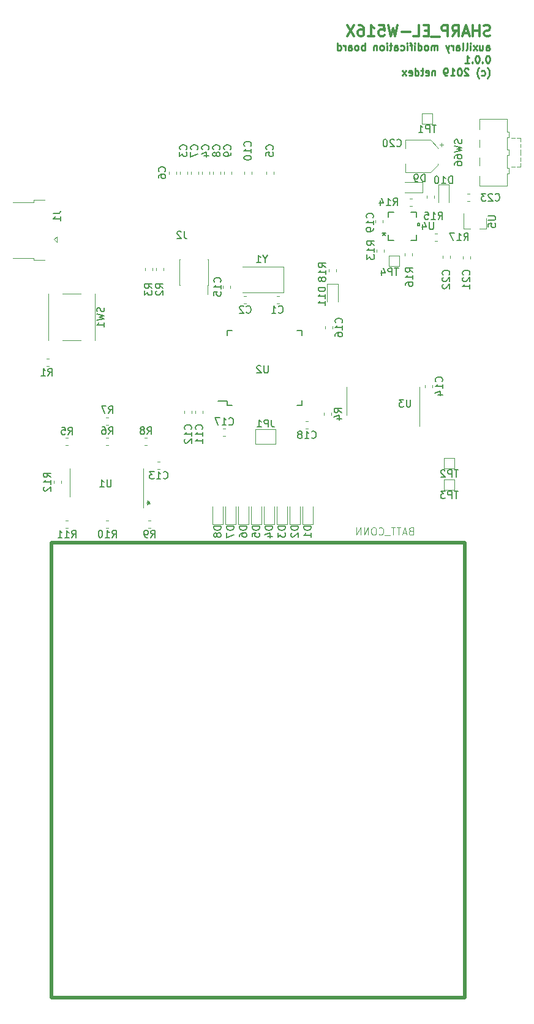
<source format=gbr>
G04 #@! TF.GenerationSoftware,KiCad,Pcbnew,5.1.2*
G04 #@! TF.CreationDate,2019-07-06T00:34:56-04:00*
G04 #@! TF.ProjectId,repl_sharp_el-w516x,7265706c-5f73-4686-9172-705f656c2d77,rev?*
G04 #@! TF.SameCoordinates,Original*
G04 #@! TF.FileFunction,Legend,Bot*
G04 #@! TF.FilePolarity,Positive*
%FSLAX46Y46*%
G04 Gerber Fmt 4.6, Leading zero omitted, Abs format (unit mm)*
G04 Created by KiCad (PCBNEW 5.1.2) date 2019-07-06 00:34:56*
%MOMM*%
%LPD*%
G04 APERTURE LIST*
%ADD10C,0.250000*%
%ADD11C,0.300000*%
%ADD12C,0.500000*%
%ADD13C,0.120000*%
%ADD14C,0.150000*%
%ADD15C,0.152400*%
%ADD16C,0.050000*%
G04 APERTURE END LIST*
D10*
X166891833Y-14707380D02*
X166891833Y-14183571D01*
X166939452Y-14088333D01*
X167034690Y-14040714D01*
X167225166Y-14040714D01*
X167320404Y-14088333D01*
X166891833Y-14659761D02*
X166987071Y-14707380D01*
X167225166Y-14707380D01*
X167320404Y-14659761D01*
X167368023Y-14564523D01*
X167368023Y-14469285D01*
X167320404Y-14374047D01*
X167225166Y-14326428D01*
X166987071Y-14326428D01*
X166891833Y-14278809D01*
X165987071Y-14040714D02*
X165987071Y-14707380D01*
X166415642Y-14040714D02*
X166415642Y-14564523D01*
X166368023Y-14659761D01*
X166272785Y-14707380D01*
X166129928Y-14707380D01*
X166034690Y-14659761D01*
X165987071Y-14612142D01*
X165606119Y-14707380D02*
X165082309Y-14040714D01*
X165606119Y-14040714D02*
X165082309Y-14707380D01*
X164701357Y-14707380D02*
X164701357Y-14040714D01*
X164701357Y-13707380D02*
X164748976Y-13755000D01*
X164701357Y-13802619D01*
X164653738Y-13755000D01*
X164701357Y-13707380D01*
X164701357Y-13802619D01*
X164082309Y-14707380D02*
X164177547Y-14659761D01*
X164225166Y-14564523D01*
X164225166Y-13707380D01*
X163558500Y-14707380D02*
X163653738Y-14659761D01*
X163701357Y-14564523D01*
X163701357Y-13707380D01*
X162748976Y-14707380D02*
X162748976Y-14183571D01*
X162796595Y-14088333D01*
X162891833Y-14040714D01*
X163082309Y-14040714D01*
X163177547Y-14088333D01*
X162748976Y-14659761D02*
X162844214Y-14707380D01*
X163082309Y-14707380D01*
X163177547Y-14659761D01*
X163225166Y-14564523D01*
X163225166Y-14469285D01*
X163177547Y-14374047D01*
X163082309Y-14326428D01*
X162844214Y-14326428D01*
X162748976Y-14278809D01*
X162272785Y-14707380D02*
X162272785Y-14040714D01*
X162272785Y-14231190D02*
X162225166Y-14135952D01*
X162177547Y-14088333D01*
X162082309Y-14040714D01*
X161987071Y-14040714D01*
X161748976Y-14040714D02*
X161510880Y-14707380D01*
X161272785Y-14040714D02*
X161510880Y-14707380D01*
X161606119Y-14945476D01*
X161653738Y-14993095D01*
X161748976Y-15040714D01*
X160129928Y-14707380D02*
X160129928Y-14040714D01*
X160129928Y-14135952D02*
X160082309Y-14088333D01*
X159987071Y-14040714D01*
X159844214Y-14040714D01*
X159748976Y-14088333D01*
X159701357Y-14183571D01*
X159701357Y-14707380D01*
X159701357Y-14183571D02*
X159653738Y-14088333D01*
X159558500Y-14040714D01*
X159415642Y-14040714D01*
X159320404Y-14088333D01*
X159272785Y-14183571D01*
X159272785Y-14707380D01*
X158653738Y-14707380D02*
X158748976Y-14659761D01*
X158796595Y-14612142D01*
X158844214Y-14516904D01*
X158844214Y-14231190D01*
X158796595Y-14135952D01*
X158748976Y-14088333D01*
X158653738Y-14040714D01*
X158510880Y-14040714D01*
X158415642Y-14088333D01*
X158368023Y-14135952D01*
X158320404Y-14231190D01*
X158320404Y-14516904D01*
X158368023Y-14612142D01*
X158415642Y-14659761D01*
X158510880Y-14707380D01*
X158653738Y-14707380D01*
X157463261Y-14707380D02*
X157463261Y-13707380D01*
X157463261Y-14659761D02*
X157558500Y-14707380D01*
X157748976Y-14707380D01*
X157844214Y-14659761D01*
X157891833Y-14612142D01*
X157939452Y-14516904D01*
X157939452Y-14231190D01*
X157891833Y-14135952D01*
X157844214Y-14088333D01*
X157748976Y-14040714D01*
X157558500Y-14040714D01*
X157463261Y-14088333D01*
X156987071Y-14707380D02*
X156987071Y-14040714D01*
X156987071Y-13707380D02*
X157034690Y-13755000D01*
X156987071Y-13802619D01*
X156939452Y-13755000D01*
X156987071Y-13707380D01*
X156987071Y-13802619D01*
X156653738Y-14040714D02*
X156272785Y-14040714D01*
X156510880Y-14707380D02*
X156510880Y-13850238D01*
X156463261Y-13755000D01*
X156368023Y-13707380D01*
X156272785Y-13707380D01*
X155939452Y-14707380D02*
X155939452Y-14040714D01*
X155939452Y-13707380D02*
X155987071Y-13755000D01*
X155939452Y-13802619D01*
X155891833Y-13755000D01*
X155939452Y-13707380D01*
X155939452Y-13802619D01*
X155034690Y-14659761D02*
X155129928Y-14707380D01*
X155320404Y-14707380D01*
X155415642Y-14659761D01*
X155463261Y-14612142D01*
X155510880Y-14516904D01*
X155510880Y-14231190D01*
X155463261Y-14135952D01*
X155415642Y-14088333D01*
X155320404Y-14040714D01*
X155129928Y-14040714D01*
X155034690Y-14088333D01*
X154177547Y-14707380D02*
X154177547Y-14183571D01*
X154225166Y-14088333D01*
X154320404Y-14040714D01*
X154510880Y-14040714D01*
X154606119Y-14088333D01*
X154177547Y-14659761D02*
X154272785Y-14707380D01*
X154510880Y-14707380D01*
X154606119Y-14659761D01*
X154653738Y-14564523D01*
X154653738Y-14469285D01*
X154606119Y-14374047D01*
X154510880Y-14326428D01*
X154272785Y-14326428D01*
X154177547Y-14278809D01*
X153844214Y-14040714D02*
X153463261Y-14040714D01*
X153701357Y-13707380D02*
X153701357Y-14564523D01*
X153653738Y-14659761D01*
X153558500Y-14707380D01*
X153463261Y-14707380D01*
X153129928Y-14707380D02*
X153129928Y-14040714D01*
X153129928Y-13707380D02*
X153177547Y-13755000D01*
X153129928Y-13802619D01*
X153082309Y-13755000D01*
X153129928Y-13707380D01*
X153129928Y-13802619D01*
X152510880Y-14707380D02*
X152606119Y-14659761D01*
X152653738Y-14612142D01*
X152701357Y-14516904D01*
X152701357Y-14231190D01*
X152653738Y-14135952D01*
X152606119Y-14088333D01*
X152510880Y-14040714D01*
X152368023Y-14040714D01*
X152272785Y-14088333D01*
X152225166Y-14135952D01*
X152177547Y-14231190D01*
X152177547Y-14516904D01*
X152225166Y-14612142D01*
X152272785Y-14659761D01*
X152368023Y-14707380D01*
X152510880Y-14707380D01*
X151748976Y-14040714D02*
X151748976Y-14707380D01*
X151748976Y-14135952D02*
X151701357Y-14088333D01*
X151606119Y-14040714D01*
X151463261Y-14040714D01*
X151368023Y-14088333D01*
X151320404Y-14183571D01*
X151320404Y-14707380D01*
X150082309Y-14707380D02*
X150082309Y-13707380D01*
X150082309Y-14088333D02*
X149987071Y-14040714D01*
X149796595Y-14040714D01*
X149701357Y-14088333D01*
X149653738Y-14135952D01*
X149606119Y-14231190D01*
X149606119Y-14516904D01*
X149653738Y-14612142D01*
X149701357Y-14659761D01*
X149796595Y-14707380D01*
X149987071Y-14707380D01*
X150082309Y-14659761D01*
X149034690Y-14707380D02*
X149129928Y-14659761D01*
X149177547Y-14612142D01*
X149225166Y-14516904D01*
X149225166Y-14231190D01*
X149177547Y-14135952D01*
X149129928Y-14088333D01*
X149034690Y-14040714D01*
X148891833Y-14040714D01*
X148796595Y-14088333D01*
X148748976Y-14135952D01*
X148701357Y-14231190D01*
X148701357Y-14516904D01*
X148748976Y-14612142D01*
X148796595Y-14659761D01*
X148891833Y-14707380D01*
X149034690Y-14707380D01*
X147844214Y-14707380D02*
X147844214Y-14183571D01*
X147891833Y-14088333D01*
X147987071Y-14040714D01*
X148177547Y-14040714D01*
X148272785Y-14088333D01*
X147844214Y-14659761D02*
X147939452Y-14707380D01*
X148177547Y-14707380D01*
X148272785Y-14659761D01*
X148320404Y-14564523D01*
X148320404Y-14469285D01*
X148272785Y-14374047D01*
X148177547Y-14326428D01*
X147939452Y-14326428D01*
X147844214Y-14278809D01*
X147368023Y-14707380D02*
X147368023Y-14040714D01*
X147368023Y-14231190D02*
X147320404Y-14135952D01*
X147272785Y-14088333D01*
X147177547Y-14040714D01*
X147082309Y-14040714D01*
X146320404Y-14707380D02*
X146320404Y-13707380D01*
X146320404Y-14659761D02*
X146415642Y-14707380D01*
X146606119Y-14707380D01*
X146701357Y-14659761D01*
X146748976Y-14612142D01*
X146796595Y-14516904D01*
X146796595Y-14231190D01*
X146748976Y-14135952D01*
X146701357Y-14088333D01*
X146606119Y-14040714D01*
X146415642Y-14040714D01*
X146320404Y-14088333D01*
X167129928Y-15457380D02*
X167034690Y-15457380D01*
X166939452Y-15505000D01*
X166891833Y-15552619D01*
X166844214Y-15647857D01*
X166796595Y-15838333D01*
X166796595Y-16076428D01*
X166844214Y-16266904D01*
X166891833Y-16362142D01*
X166939452Y-16409761D01*
X167034690Y-16457380D01*
X167129928Y-16457380D01*
X167225166Y-16409761D01*
X167272785Y-16362142D01*
X167320404Y-16266904D01*
X167368023Y-16076428D01*
X167368023Y-15838333D01*
X167320404Y-15647857D01*
X167272785Y-15552619D01*
X167225166Y-15505000D01*
X167129928Y-15457380D01*
X166368023Y-16362142D02*
X166320404Y-16409761D01*
X166368023Y-16457380D01*
X166415642Y-16409761D01*
X166368023Y-16362142D01*
X166368023Y-16457380D01*
X165701357Y-15457380D02*
X165606119Y-15457380D01*
X165510880Y-15505000D01*
X165463261Y-15552619D01*
X165415642Y-15647857D01*
X165368023Y-15838333D01*
X165368023Y-16076428D01*
X165415642Y-16266904D01*
X165463261Y-16362142D01*
X165510880Y-16409761D01*
X165606119Y-16457380D01*
X165701357Y-16457380D01*
X165796595Y-16409761D01*
X165844214Y-16362142D01*
X165891833Y-16266904D01*
X165939452Y-16076428D01*
X165939452Y-15838333D01*
X165891833Y-15647857D01*
X165844214Y-15552619D01*
X165796595Y-15505000D01*
X165701357Y-15457380D01*
X164939452Y-16362142D02*
X164891833Y-16409761D01*
X164939452Y-16457380D01*
X164987071Y-16409761D01*
X164939452Y-16362142D01*
X164939452Y-16457380D01*
X163939452Y-16457380D02*
X164510880Y-16457380D01*
X164225166Y-16457380D02*
X164225166Y-15457380D01*
X164320404Y-15600238D01*
X164415642Y-15695476D01*
X164510880Y-15743095D01*
X167034690Y-18588333D02*
X167082309Y-18540714D01*
X167177547Y-18397857D01*
X167225166Y-18302619D01*
X167272785Y-18159761D01*
X167320404Y-17921666D01*
X167320404Y-17731190D01*
X167272785Y-17493095D01*
X167225166Y-17350238D01*
X167177547Y-17255000D01*
X167082309Y-17112142D01*
X167034690Y-17064523D01*
X166225166Y-18159761D02*
X166320404Y-18207380D01*
X166510880Y-18207380D01*
X166606119Y-18159761D01*
X166653738Y-18112142D01*
X166701357Y-18016904D01*
X166701357Y-17731190D01*
X166653738Y-17635952D01*
X166606119Y-17588333D01*
X166510880Y-17540714D01*
X166320404Y-17540714D01*
X166225166Y-17588333D01*
X165891833Y-18588333D02*
X165844214Y-18540714D01*
X165748976Y-18397857D01*
X165701357Y-18302619D01*
X165653738Y-18159761D01*
X165606119Y-17921666D01*
X165606119Y-17731190D01*
X165653738Y-17493095D01*
X165701357Y-17350238D01*
X165748976Y-17255000D01*
X165844214Y-17112142D01*
X165891833Y-17064523D01*
X164415642Y-17302619D02*
X164368023Y-17255000D01*
X164272785Y-17207380D01*
X164034690Y-17207380D01*
X163939452Y-17255000D01*
X163891833Y-17302619D01*
X163844214Y-17397857D01*
X163844214Y-17493095D01*
X163891833Y-17635952D01*
X164463261Y-18207380D01*
X163844214Y-18207380D01*
X163225166Y-17207380D02*
X163129928Y-17207380D01*
X163034690Y-17255000D01*
X162987071Y-17302619D01*
X162939452Y-17397857D01*
X162891833Y-17588333D01*
X162891833Y-17826428D01*
X162939452Y-18016904D01*
X162987071Y-18112142D01*
X163034690Y-18159761D01*
X163129928Y-18207380D01*
X163225166Y-18207380D01*
X163320404Y-18159761D01*
X163368023Y-18112142D01*
X163415642Y-18016904D01*
X163463261Y-17826428D01*
X163463261Y-17588333D01*
X163415642Y-17397857D01*
X163368023Y-17302619D01*
X163320404Y-17255000D01*
X163225166Y-17207380D01*
X161939452Y-18207380D02*
X162510880Y-18207380D01*
X162225166Y-18207380D02*
X162225166Y-17207380D01*
X162320404Y-17350238D01*
X162415642Y-17445476D01*
X162510880Y-17493095D01*
X161463261Y-18207380D02*
X161272785Y-18207380D01*
X161177547Y-18159761D01*
X161129928Y-18112142D01*
X161034690Y-17969285D01*
X160987071Y-17778809D01*
X160987071Y-17397857D01*
X161034690Y-17302619D01*
X161082309Y-17255000D01*
X161177547Y-17207380D01*
X161368023Y-17207380D01*
X161463261Y-17255000D01*
X161510880Y-17302619D01*
X161558500Y-17397857D01*
X161558500Y-17635952D01*
X161510880Y-17731190D01*
X161463261Y-17778809D01*
X161368023Y-17826428D01*
X161177547Y-17826428D01*
X161082309Y-17778809D01*
X161034690Y-17731190D01*
X160987071Y-17635952D01*
X159796595Y-17540714D02*
X159796595Y-18207380D01*
X159796595Y-17635952D02*
X159748976Y-17588333D01*
X159653738Y-17540714D01*
X159510880Y-17540714D01*
X159415642Y-17588333D01*
X159368023Y-17683571D01*
X159368023Y-18207380D01*
X158510880Y-18159761D02*
X158606119Y-18207380D01*
X158796595Y-18207380D01*
X158891833Y-18159761D01*
X158939452Y-18064523D01*
X158939452Y-17683571D01*
X158891833Y-17588333D01*
X158796595Y-17540714D01*
X158606119Y-17540714D01*
X158510880Y-17588333D01*
X158463261Y-17683571D01*
X158463261Y-17778809D01*
X158939452Y-17874047D01*
X158177547Y-17540714D02*
X157796595Y-17540714D01*
X158034690Y-17207380D02*
X158034690Y-18064523D01*
X157987071Y-18159761D01*
X157891833Y-18207380D01*
X157796595Y-18207380D01*
X157034690Y-18207380D02*
X157034690Y-17207380D01*
X157034690Y-18159761D02*
X157129928Y-18207380D01*
X157320404Y-18207380D01*
X157415642Y-18159761D01*
X157463261Y-18112142D01*
X157510880Y-18016904D01*
X157510880Y-17731190D01*
X157463261Y-17635952D01*
X157415642Y-17588333D01*
X157320404Y-17540714D01*
X157129928Y-17540714D01*
X157034690Y-17588333D01*
X156177547Y-18159761D02*
X156272785Y-18207380D01*
X156463261Y-18207380D01*
X156558500Y-18159761D01*
X156606119Y-18064523D01*
X156606119Y-17683571D01*
X156558500Y-17588333D01*
X156463261Y-17540714D01*
X156272785Y-17540714D01*
X156177547Y-17588333D01*
X156129928Y-17683571D01*
X156129928Y-17778809D01*
X156606119Y-17874047D01*
X155796595Y-18207380D02*
X155272785Y-17540714D01*
X155796595Y-17540714D02*
X155272785Y-18207380D01*
D11*
X167418142Y-12675142D02*
X167203857Y-12746571D01*
X166846714Y-12746571D01*
X166703857Y-12675142D01*
X166632428Y-12603714D01*
X166561000Y-12460857D01*
X166561000Y-12318000D01*
X166632428Y-12175142D01*
X166703857Y-12103714D01*
X166846714Y-12032285D01*
X167132428Y-11960857D01*
X167275285Y-11889428D01*
X167346714Y-11818000D01*
X167418142Y-11675142D01*
X167418142Y-11532285D01*
X167346714Y-11389428D01*
X167275285Y-11318000D01*
X167132428Y-11246571D01*
X166775285Y-11246571D01*
X166561000Y-11318000D01*
X165918142Y-12746571D02*
X165918142Y-11246571D01*
X165918142Y-11960857D02*
X165061000Y-11960857D01*
X165061000Y-12746571D02*
X165061000Y-11246571D01*
X164418142Y-12318000D02*
X163703857Y-12318000D01*
X164561000Y-12746571D02*
X164061000Y-11246571D01*
X163561000Y-12746571D01*
X162203857Y-12746571D02*
X162703857Y-12032285D01*
X163061000Y-12746571D02*
X163061000Y-11246571D01*
X162489571Y-11246571D01*
X162346714Y-11318000D01*
X162275285Y-11389428D01*
X162203857Y-11532285D01*
X162203857Y-11746571D01*
X162275285Y-11889428D01*
X162346714Y-11960857D01*
X162489571Y-12032285D01*
X163061000Y-12032285D01*
X161561000Y-12746571D02*
X161561000Y-11246571D01*
X160989571Y-11246571D01*
X160846714Y-11318000D01*
X160775285Y-11389428D01*
X160703857Y-11532285D01*
X160703857Y-11746571D01*
X160775285Y-11889428D01*
X160846714Y-11960857D01*
X160989571Y-12032285D01*
X161561000Y-12032285D01*
X160418142Y-12889428D02*
X159275285Y-12889428D01*
X158918142Y-11960857D02*
X158418142Y-11960857D01*
X158203857Y-12746571D02*
X158918142Y-12746571D01*
X158918142Y-11246571D01*
X158203857Y-11246571D01*
X156846714Y-12746571D02*
X157561000Y-12746571D01*
X157561000Y-11246571D01*
X156346714Y-12175142D02*
X155203857Y-12175142D01*
X154632428Y-11246571D02*
X154275285Y-12746571D01*
X153989571Y-11675142D01*
X153703857Y-12746571D01*
X153346714Y-11246571D01*
X152061000Y-11246571D02*
X152775285Y-11246571D01*
X152846714Y-11960857D01*
X152775285Y-11889428D01*
X152632428Y-11818000D01*
X152275285Y-11818000D01*
X152132428Y-11889428D01*
X152061000Y-11960857D01*
X151989571Y-12103714D01*
X151989571Y-12460857D01*
X152061000Y-12603714D01*
X152132428Y-12675142D01*
X152275285Y-12746571D01*
X152632428Y-12746571D01*
X152775285Y-12675142D01*
X152846714Y-12603714D01*
X150561000Y-12746571D02*
X151418142Y-12746571D01*
X150989571Y-12746571D02*
X150989571Y-11246571D01*
X151132428Y-11460857D01*
X151275285Y-11603714D01*
X151418142Y-11675142D01*
X149275285Y-11246571D02*
X149561000Y-11246571D01*
X149703857Y-11318000D01*
X149775285Y-11389428D01*
X149918142Y-11603714D01*
X149989571Y-11889428D01*
X149989571Y-12460857D01*
X149918142Y-12603714D01*
X149846714Y-12675142D01*
X149703857Y-12746571D01*
X149418142Y-12746571D01*
X149275285Y-12675142D01*
X149203857Y-12603714D01*
X149132428Y-12460857D01*
X149132428Y-12103714D01*
X149203857Y-11960857D01*
X149275285Y-11889428D01*
X149418142Y-11818000D01*
X149703857Y-11818000D01*
X149846714Y-11889428D01*
X149918142Y-11960857D01*
X149989571Y-12103714D01*
X148632428Y-11246571D02*
X147632428Y-12746571D01*
X147632428Y-11246571D02*
X148632428Y-12746571D01*
D12*
X106761000Y-145545000D02*
X106761000Y-82680000D01*
X163911000Y-145545000D02*
X106761000Y-145545000D01*
X163911000Y-82680000D02*
X163911000Y-145545000D01*
X106761000Y-82680000D02*
X163911000Y-82680000D01*
D13*
X137767000Y-69075000D02*
X137767000Y-67075000D01*
X134967000Y-69075000D02*
X137767000Y-69075000D01*
X134967000Y-67075000D02*
X134967000Y-69075000D01*
X137767000Y-67075000D02*
X134967000Y-67075000D01*
X119441000Y-74425000D02*
X119441000Y-77875000D01*
X119441000Y-74425000D02*
X119441000Y-72475000D01*
X109321000Y-74425000D02*
X109321000Y-76375000D01*
X109321000Y-74425000D02*
X109321000Y-72475000D01*
X146358000Y-46998000D02*
X146358000Y-49458000D01*
X144888000Y-46998000D02*
X146358000Y-46998000D01*
X144888000Y-49458000D02*
X144888000Y-46998000D01*
X145113000Y-45273267D02*
X145113000Y-44930733D01*
X146133000Y-45273267D02*
X146133000Y-44930733D01*
X108160000Y-74140733D02*
X108160000Y-74483267D01*
X107140000Y-74140733D02*
X107140000Y-74483267D01*
X131655000Y-31797267D02*
X131655000Y-31454733D01*
X130635000Y-31797267D02*
X130635000Y-31454733D01*
X160692000Y-27530000D02*
X160692000Y-28030000D01*
X160942000Y-27780000D02*
X160442000Y-27780000D01*
X160202000Y-30535563D02*
X159137563Y-31600000D01*
X160202000Y-28144437D02*
X159137563Y-27080000D01*
X160202000Y-28144437D02*
X160202000Y-28280000D01*
X160202000Y-30535563D02*
X160202000Y-30400000D01*
X159137563Y-31600000D02*
X155682000Y-31600000D01*
X159137563Y-27080000D02*
X155682000Y-27080000D01*
X155682000Y-27080000D02*
X155682000Y-28280000D01*
X155682000Y-31600000D02*
X155682000Y-30400000D01*
X158092000Y-34393000D02*
X155632000Y-34393000D01*
X158092000Y-32923000D02*
X158092000Y-34393000D01*
X155632000Y-32923000D02*
X158092000Y-32923000D01*
X129013000Y-80163000D02*
X129013000Y-77703000D01*
X130483000Y-80163000D02*
X129013000Y-80163000D01*
X130483000Y-77703000D02*
X130483000Y-80163000D01*
X165948000Y-32032000D02*
X165948000Y-33432000D01*
X165948000Y-33432000D02*
X169748000Y-33432000D01*
X169748000Y-24232000D02*
X165948000Y-24232000D01*
X165948000Y-24232000D02*
X165948000Y-25632000D01*
X165948000Y-30632000D02*
X165948000Y-29532000D01*
X165948000Y-29532000D02*
X165948000Y-29532000D01*
X165948000Y-28132000D02*
X165948000Y-27032000D01*
X165948000Y-27032000D02*
X165948000Y-27032000D01*
X169748000Y-33432000D02*
X169748000Y-31732000D01*
X169748000Y-31732000D02*
X170048000Y-31732000D01*
X170048000Y-31732000D02*
X170048000Y-30932000D01*
X170048000Y-30932000D02*
X169748000Y-30932000D01*
X169748000Y-30932000D02*
X169748000Y-29232000D01*
X169748000Y-29232000D02*
X170048000Y-29232000D01*
X170048000Y-29232000D02*
X170048000Y-28432000D01*
X170048000Y-28432000D02*
X169748000Y-28432000D01*
X169748000Y-28432000D02*
X169748000Y-26732000D01*
X169748000Y-26732000D02*
X170048000Y-26732000D01*
X170048000Y-26732000D02*
X170048000Y-25932000D01*
X170048000Y-25932000D02*
X169748000Y-25932000D01*
X169748000Y-25932000D02*
X169748000Y-24232000D01*
X169748000Y-24232000D02*
X169748000Y-24232000D01*
X171648000Y-26832000D02*
X171148000Y-26832000D01*
X171148000Y-26832000D02*
X171148000Y-26832000D01*
X171648000Y-26832000D02*
X171648000Y-27332000D01*
X171648000Y-27332000D02*
X171648000Y-27332000D01*
X171648000Y-30832000D02*
X171648000Y-30332000D01*
X171648000Y-30332000D02*
X171648000Y-30332000D01*
X171648000Y-30832000D02*
X171148000Y-30832000D01*
X171148000Y-30832000D02*
X171148000Y-30832000D01*
X170848000Y-30832000D02*
X170348000Y-30832000D01*
X170348000Y-30832000D02*
X170348000Y-30832000D01*
X170848000Y-26832000D02*
X170348000Y-26832000D01*
X170348000Y-26832000D02*
X170348000Y-26832000D01*
X171648000Y-27632000D02*
X171648000Y-28132000D01*
X171648000Y-28132000D02*
X171648000Y-28132000D01*
X171648000Y-30032000D02*
X171648000Y-29532000D01*
X171648000Y-29532000D02*
X171648000Y-29532000D01*
X171648000Y-29232000D02*
X171648000Y-28432000D01*
X171648000Y-28432000D02*
X171648000Y-28432000D01*
X164261733Y-35565000D02*
X164604267Y-35565000D01*
X164261733Y-34545000D02*
X164604267Y-34545000D01*
X153432000Y-44518000D02*
X154832000Y-44518000D01*
X154832000Y-44518000D02*
X154832000Y-43118000D01*
X154832000Y-43118000D02*
X153432000Y-43118000D01*
X153432000Y-43118000D02*
X153432000Y-44518000D01*
X159722000Y-34770733D02*
X159722000Y-35113267D01*
X158702000Y-34770733D02*
X158702000Y-35113267D01*
X160255000Y-35742000D02*
X160255000Y-33282000D01*
X160255000Y-33282000D02*
X161725000Y-33282000D01*
X161725000Y-33282000D02*
X161725000Y-35742000D01*
X128411000Y-47107000D02*
X128411000Y-43577000D01*
X124481000Y-47107000D02*
X124481000Y-43577000D01*
X128346000Y-48432000D02*
X128346000Y-47107000D01*
X128411000Y-47107000D02*
X128346000Y-47107000D01*
X128411000Y-43577000D02*
X128346000Y-43577000D01*
X124546000Y-47107000D02*
X124481000Y-47107000D01*
X124546000Y-43577000D02*
X124481000Y-43577000D01*
X126194000Y-64817267D02*
X126194000Y-64474733D01*
X125174000Y-64817267D02*
X125174000Y-64474733D01*
X152610000Y-38185733D02*
X152610000Y-38528267D01*
X151590000Y-38185733D02*
X151590000Y-38528267D01*
X166888000Y-39371000D02*
X165958000Y-39371000D01*
X163728000Y-39371000D02*
X164658000Y-39371000D01*
X163728000Y-39371000D02*
X163728000Y-37211000D01*
X166888000Y-39371000D02*
X166888000Y-37911000D01*
X163655000Y-43138733D02*
X163655000Y-43481267D01*
X164675000Y-43138733D02*
X164675000Y-43481267D01*
X134449000Y-31797267D02*
X134449000Y-31454733D01*
X133429000Y-31797267D02*
X133429000Y-31454733D01*
X129111000Y-31454733D02*
X129111000Y-31797267D01*
X130131000Y-31454733D02*
X130131000Y-31797267D01*
X126063000Y-31454733D02*
X126063000Y-31797267D01*
X127083000Y-31454733D02*
X127083000Y-31797267D01*
X123015000Y-31454733D02*
X123015000Y-31797267D01*
X124035000Y-31454733D02*
X124035000Y-31797267D01*
X136477000Y-31454733D02*
X136477000Y-31797267D01*
X137497000Y-31454733D02*
X137497000Y-31797267D01*
X127587000Y-31454733D02*
X127587000Y-31797267D01*
X128607000Y-31454733D02*
X128607000Y-31797267D01*
X124539000Y-31454733D02*
X124539000Y-31797267D01*
X125559000Y-31454733D02*
X125559000Y-31797267D01*
X161881000Y-43455767D02*
X161881000Y-43113233D01*
X160861000Y-43455767D02*
X160861000Y-43113233D01*
X159468000Y-61261267D02*
X159468000Y-60918733D01*
X158448000Y-61261267D02*
X158448000Y-60918733D01*
X121434733Y-71502000D02*
X121777267Y-71502000D01*
X121434733Y-72522000D02*
X121777267Y-72522000D01*
X126698000Y-64474733D02*
X126698000Y-64817267D01*
X127718000Y-64474733D02*
X127718000Y-64817267D01*
X141921233Y-66934000D02*
X142263767Y-66934000D01*
X141921233Y-65914000D02*
X142263767Y-65914000D01*
X130833767Y-66930000D02*
X130491233Y-66930000D01*
X130833767Y-67950000D02*
X130491233Y-67950000D01*
X133729267Y-48642000D02*
X133386733Y-48642000D01*
X133729267Y-49662000D02*
X133386733Y-49662000D01*
X145625000Y-53158767D02*
X145625000Y-52816233D01*
X144605000Y-53158767D02*
X144605000Y-52816233D01*
X137958733Y-49662000D02*
X138301267Y-49662000D01*
X137958733Y-48642000D02*
X138301267Y-48642000D01*
X131528000Y-47531267D02*
X131528000Y-47188733D01*
X130508000Y-47531267D02*
X130508000Y-47188733D01*
X133144000Y-44558000D02*
X138894000Y-44558000D01*
X138894000Y-44558000D02*
X138894000Y-48158000D01*
X138894000Y-48158000D02*
X133144000Y-48158000D01*
X161052000Y-75379000D02*
X162452000Y-75379000D01*
X162452000Y-75379000D02*
X162452000Y-73979000D01*
X162452000Y-73979000D02*
X161052000Y-73979000D01*
X161052000Y-73979000D02*
X161052000Y-75379000D01*
X161052000Y-72458000D02*
X162452000Y-72458000D01*
X162452000Y-72458000D02*
X162452000Y-71058000D01*
X162452000Y-71058000D02*
X161052000Y-71058000D01*
X161052000Y-71058000D02*
X161052000Y-72458000D01*
X158004000Y-23433000D02*
X158004000Y-24833000D01*
X159404000Y-23433000D02*
X158004000Y-23433000D01*
X159404000Y-24833000D02*
X159404000Y-23433000D01*
X158004000Y-24833000D02*
X159404000Y-24833000D01*
X156603267Y-35180000D02*
X156260733Y-35180000D01*
X156603267Y-36200000D02*
X156260733Y-36200000D01*
X151717000Y-42578267D02*
X151717000Y-42235733D01*
X152737000Y-42578267D02*
X152737000Y-42235733D01*
X159788733Y-41026000D02*
X160131267Y-41026000D01*
X159788733Y-40006000D02*
X160131267Y-40006000D01*
X155654000Y-42771733D02*
X155654000Y-43114267D01*
X156674000Y-42771733D02*
X156674000Y-43114267D01*
X108748733Y-80650000D02*
X109091267Y-80650000D01*
X108748733Y-79630000D02*
X109091267Y-79630000D01*
X114679267Y-79630000D02*
X114336733Y-79630000D01*
X114679267Y-80650000D02*
X114336733Y-80650000D01*
X120521267Y-79630000D02*
X120178733Y-79630000D01*
X120521267Y-80650000D02*
X120178733Y-80650000D01*
X120013267Y-68200000D02*
X119670733Y-68200000D01*
X120013267Y-69220000D02*
X119670733Y-69220000D01*
X114679267Y-65406000D02*
X114336733Y-65406000D01*
X114679267Y-66426000D02*
X114336733Y-66426000D01*
X114679267Y-68200000D02*
X114336733Y-68200000D01*
X114679267Y-69220000D02*
X114336733Y-69220000D01*
X108748733Y-69220000D02*
X109091267Y-69220000D01*
X108748733Y-68200000D02*
X109091267Y-68200000D01*
X145498000Y-65071267D02*
X145498000Y-64728733D01*
X144478000Y-65071267D02*
X144478000Y-64728733D01*
X119713000Y-45118267D02*
X119713000Y-44775733D01*
X120733000Y-45118267D02*
X120733000Y-44775733D01*
X121237000Y-45118267D02*
X121237000Y-44775733D01*
X122257000Y-45118267D02*
X122257000Y-44775733D01*
X106410267Y-58298000D02*
X106067733Y-58298000D01*
X106410267Y-57278000D02*
X106067733Y-57278000D01*
X130791000Y-80135000D02*
X130791000Y-77675000D01*
X132261000Y-80135000D02*
X130791000Y-80135000D01*
X132261000Y-77675000D02*
X132261000Y-80135000D01*
X132569000Y-80135000D02*
X132569000Y-77675000D01*
X134039000Y-80135000D02*
X132569000Y-80135000D01*
X134039000Y-77675000D02*
X134039000Y-80135000D01*
X134347000Y-80135000D02*
X134347000Y-77675000D01*
X135817000Y-80135000D02*
X134347000Y-80135000D01*
X135817000Y-77675000D02*
X135817000Y-80135000D01*
X136125000Y-80135000D02*
X136125000Y-77675000D01*
X137595000Y-80135000D02*
X136125000Y-80135000D01*
X137595000Y-77675000D02*
X137595000Y-80135000D01*
X137903000Y-80135000D02*
X137903000Y-77675000D01*
X139373000Y-80135000D02*
X137903000Y-80135000D01*
X139373000Y-77675000D02*
X139373000Y-80135000D01*
X139681000Y-80135000D02*
X139681000Y-77675000D01*
X141151000Y-80135000D02*
X139681000Y-80135000D01*
X141151000Y-77675000D02*
X141151000Y-80135000D01*
X141459000Y-80135000D02*
X141459000Y-77675000D01*
X142929000Y-80135000D02*
X141459000Y-80135000D01*
X142929000Y-77675000D02*
X142929000Y-80135000D01*
X104274000Y-43675000D02*
X105824000Y-43675000D01*
X104274000Y-43675000D02*
X104274000Y-43375000D01*
X101474000Y-43375000D02*
X104274000Y-43375000D01*
X104274000Y-35375000D02*
X105824000Y-35375000D01*
X104274000Y-35675000D02*
X104274000Y-35375000D01*
X101474000Y-35675000D02*
X104274000Y-35675000D01*
X107524000Y-40425000D02*
X107074000Y-40825000D01*
X107524000Y-41225000D02*
X107524000Y-40425000D01*
X107074000Y-40825000D02*
X107524000Y-41225000D01*
D14*
X131050000Y-63150000D02*
X129775000Y-63150000D01*
X141400000Y-63725000D02*
X140725000Y-63725000D01*
X141400000Y-53375000D02*
X140725000Y-53375000D01*
X131050000Y-53375000D02*
X131725000Y-53375000D01*
X131050000Y-63725000D02*
X131725000Y-63725000D01*
X131050000Y-53375000D02*
X131050000Y-54050000D01*
X141400000Y-53375000D02*
X141400000Y-54050000D01*
X141400000Y-63725000D02*
X141400000Y-63050000D01*
X131050000Y-63725000D02*
X131050000Y-63150000D01*
D13*
X147548000Y-63122000D02*
X147548000Y-61172000D01*
X147548000Y-63122000D02*
X147548000Y-65072000D01*
X157668000Y-63122000D02*
X157668000Y-61172000D01*
X157668000Y-63122000D02*
X157668000Y-66572000D01*
D15*
X157428999Y-38932501D02*
X157682999Y-38932501D01*
X157428999Y-38551500D02*
X157428999Y-38932501D01*
X157682999Y-38551500D02*
X157428999Y-38551500D01*
X157682999Y-38932501D02*
X157682999Y-38551500D01*
X154056817Y-40947999D02*
X153319001Y-40947999D01*
X157230999Y-40209995D02*
X157230999Y-40947999D01*
X156493183Y-37036001D02*
X157230999Y-37036001D01*
X153319001Y-37774005D02*
X153319001Y-37036001D01*
X153319001Y-40947999D02*
X153319001Y-40209995D01*
X157230999Y-40947999D02*
X156493183Y-40947999D01*
X157230999Y-37036001D02*
X157230999Y-37774005D01*
X153319001Y-37036001D02*
X154056817Y-37036001D01*
D13*
X112785000Y-48335000D02*
X112755000Y-48335000D01*
X106325000Y-48335000D02*
X106355000Y-48335000D01*
X106325000Y-54795000D02*
X106355000Y-54795000D01*
X112755000Y-54795000D02*
X112785000Y-54795000D01*
X110855000Y-48335000D02*
X108255000Y-48335000D01*
X112785000Y-54795000D02*
X112785000Y-48335000D01*
X110855000Y-54795000D02*
X108255000Y-54795000D01*
X106325000Y-54795000D02*
X106325000Y-48335000D01*
D14*
X137200333Y-65727380D02*
X137200333Y-66441666D01*
X137247952Y-66584523D01*
X137343190Y-66679761D01*
X137486047Y-66727380D01*
X137581285Y-66727380D01*
X136724142Y-66727380D02*
X136724142Y-65727380D01*
X136343190Y-65727380D01*
X136247952Y-65775000D01*
X136200333Y-65822619D01*
X136152714Y-65917857D01*
X136152714Y-66060714D01*
X136200333Y-66155952D01*
X136247952Y-66203571D01*
X136343190Y-66251190D01*
X136724142Y-66251190D01*
X135200333Y-66727380D02*
X135771761Y-66727380D01*
X135486047Y-66727380D02*
X135486047Y-65727380D01*
X135581285Y-65870238D01*
X135676523Y-65965476D01*
X135771761Y-66013095D01*
X115015904Y-74004380D02*
X115015904Y-74813904D01*
X114968285Y-74909142D01*
X114920666Y-74956761D01*
X114825428Y-75004380D01*
X114634952Y-75004380D01*
X114539714Y-74956761D01*
X114492095Y-74909142D01*
X114444476Y-74813904D01*
X114444476Y-74004380D01*
X113444476Y-75004380D02*
X114015904Y-75004380D01*
X113730190Y-75004380D02*
X113730190Y-74004380D01*
X113825428Y-74147238D01*
X113920666Y-74242476D01*
X114015904Y-74290095D01*
X119954780Y-77180900D02*
X120192876Y-77180900D01*
X120097638Y-76942804D02*
X120192876Y-77180900D01*
X120097638Y-77418995D01*
X120383352Y-77038042D02*
X120192876Y-77180900D01*
X120383352Y-77323757D01*
X144645380Y-47443714D02*
X143645380Y-47443714D01*
X143645380Y-47681809D01*
X143693000Y-47824666D01*
X143788238Y-47919904D01*
X143883476Y-47967523D01*
X144073952Y-48015142D01*
X144216809Y-48015142D01*
X144407285Y-47967523D01*
X144502523Y-47919904D01*
X144597761Y-47824666D01*
X144645380Y-47681809D01*
X144645380Y-47443714D01*
X144645380Y-48967523D02*
X144645380Y-48396095D01*
X144645380Y-48681809D02*
X143645380Y-48681809D01*
X143788238Y-48586571D01*
X143883476Y-48491333D01*
X143931095Y-48396095D01*
X144645380Y-49919904D02*
X144645380Y-49348476D01*
X144645380Y-49634190D02*
X143645380Y-49634190D01*
X143788238Y-49538952D01*
X143883476Y-49443714D01*
X143931095Y-49348476D01*
X144678380Y-44699142D02*
X144202190Y-44365809D01*
X144678380Y-44127714D02*
X143678380Y-44127714D01*
X143678380Y-44508666D01*
X143726000Y-44603904D01*
X143773619Y-44651523D01*
X143868857Y-44699142D01*
X144011714Y-44699142D01*
X144106952Y-44651523D01*
X144154571Y-44603904D01*
X144202190Y-44508666D01*
X144202190Y-44127714D01*
X144678380Y-45651523D02*
X144678380Y-45080095D01*
X144678380Y-45365809D02*
X143678380Y-45365809D01*
X143821238Y-45270571D01*
X143916476Y-45175333D01*
X143964095Y-45080095D01*
X144106952Y-46222952D02*
X144059333Y-46127714D01*
X144011714Y-46080095D01*
X143916476Y-46032476D01*
X143868857Y-46032476D01*
X143773619Y-46080095D01*
X143726000Y-46127714D01*
X143678380Y-46222952D01*
X143678380Y-46413428D01*
X143726000Y-46508666D01*
X143773619Y-46556285D01*
X143868857Y-46603904D01*
X143916476Y-46603904D01*
X144011714Y-46556285D01*
X144059333Y-46508666D01*
X144106952Y-46413428D01*
X144106952Y-46222952D01*
X144154571Y-46127714D01*
X144202190Y-46080095D01*
X144297428Y-46032476D01*
X144487904Y-46032476D01*
X144583142Y-46080095D01*
X144630761Y-46127714D01*
X144678380Y-46222952D01*
X144678380Y-46413428D01*
X144630761Y-46508666D01*
X144583142Y-46556285D01*
X144487904Y-46603904D01*
X144297428Y-46603904D01*
X144202190Y-46556285D01*
X144154571Y-46508666D01*
X144106952Y-46413428D01*
X106672380Y-73669142D02*
X106196190Y-73335809D01*
X106672380Y-73097714D02*
X105672380Y-73097714D01*
X105672380Y-73478666D01*
X105720000Y-73573904D01*
X105767619Y-73621523D01*
X105862857Y-73669142D01*
X106005714Y-73669142D01*
X106100952Y-73621523D01*
X106148571Y-73573904D01*
X106196190Y-73478666D01*
X106196190Y-73097714D01*
X106672380Y-74621523D02*
X106672380Y-74050095D01*
X106672380Y-74335809D02*
X105672380Y-74335809D01*
X105815238Y-74240571D01*
X105910476Y-74145333D01*
X105958095Y-74050095D01*
X105767619Y-75002476D02*
X105720000Y-75050095D01*
X105672380Y-75145333D01*
X105672380Y-75383428D01*
X105720000Y-75478666D01*
X105767619Y-75526285D01*
X105862857Y-75573904D01*
X105958095Y-75573904D01*
X106100952Y-75526285D01*
X106672380Y-74954857D01*
X106672380Y-75573904D01*
X131502142Y-28411333D02*
X131549761Y-28363714D01*
X131597380Y-28220857D01*
X131597380Y-28125619D01*
X131549761Y-27982761D01*
X131454523Y-27887523D01*
X131359285Y-27839904D01*
X131168809Y-27792285D01*
X131025952Y-27792285D01*
X130835476Y-27839904D01*
X130740238Y-27887523D01*
X130645000Y-27982761D01*
X130597380Y-28125619D01*
X130597380Y-28220857D01*
X130645000Y-28363714D01*
X130692619Y-28411333D01*
X131597380Y-28887523D02*
X131597380Y-29078000D01*
X131549761Y-29173238D01*
X131502142Y-29220857D01*
X131359285Y-29316095D01*
X131168809Y-29363714D01*
X130787857Y-29363714D01*
X130692619Y-29316095D01*
X130645000Y-29268476D01*
X130597380Y-29173238D01*
X130597380Y-28982761D01*
X130645000Y-28887523D01*
X130692619Y-28839904D01*
X130787857Y-28792285D01*
X131025952Y-28792285D01*
X131121190Y-28839904D01*
X131168809Y-28887523D01*
X131216428Y-28982761D01*
X131216428Y-29173238D01*
X131168809Y-29268476D01*
X131121190Y-29316095D01*
X131025952Y-29363714D01*
X154520857Y-27919142D02*
X154568476Y-27966761D01*
X154711333Y-28014380D01*
X154806571Y-28014380D01*
X154949428Y-27966761D01*
X155044666Y-27871523D01*
X155092285Y-27776285D01*
X155139904Y-27585809D01*
X155139904Y-27442952D01*
X155092285Y-27252476D01*
X155044666Y-27157238D01*
X154949428Y-27062000D01*
X154806571Y-27014380D01*
X154711333Y-27014380D01*
X154568476Y-27062000D01*
X154520857Y-27109619D01*
X154139904Y-27109619D02*
X154092285Y-27062000D01*
X153997047Y-27014380D01*
X153758952Y-27014380D01*
X153663714Y-27062000D01*
X153616095Y-27109619D01*
X153568476Y-27204857D01*
X153568476Y-27300095D01*
X153616095Y-27442952D01*
X154187523Y-28014380D01*
X153568476Y-28014380D01*
X152949428Y-27014380D02*
X152854190Y-27014380D01*
X152758952Y-27062000D01*
X152711333Y-27109619D01*
X152663714Y-27204857D01*
X152616095Y-27395333D01*
X152616095Y-27633428D01*
X152663714Y-27823904D01*
X152711333Y-27919142D01*
X152758952Y-27966761D01*
X152854190Y-28014380D01*
X152949428Y-28014380D01*
X153044666Y-27966761D01*
X153092285Y-27919142D01*
X153139904Y-27823904D01*
X153187523Y-27633428D01*
X153187523Y-27395333D01*
X153139904Y-27204857D01*
X153092285Y-27109619D01*
X153044666Y-27062000D01*
X152949428Y-27014380D01*
X158426095Y-32840380D02*
X158426095Y-31840380D01*
X158188000Y-31840380D01*
X158045142Y-31888000D01*
X157949904Y-31983238D01*
X157902285Y-32078476D01*
X157854666Y-32268952D01*
X157854666Y-32411809D01*
X157902285Y-32602285D01*
X157949904Y-32697523D01*
X158045142Y-32792761D01*
X158188000Y-32840380D01*
X158426095Y-32840380D01*
X157378476Y-32840380D02*
X157188000Y-32840380D01*
X157092761Y-32792761D01*
X157045142Y-32745142D01*
X156949904Y-32602285D01*
X156902285Y-32411809D01*
X156902285Y-32030857D01*
X156949904Y-31935619D01*
X156997523Y-31888000D01*
X157092761Y-31840380D01*
X157283238Y-31840380D01*
X157378476Y-31888000D01*
X157426095Y-31935619D01*
X157473714Y-32030857D01*
X157473714Y-32268952D01*
X157426095Y-32364190D01*
X157378476Y-32411809D01*
X157283238Y-32459428D01*
X157092761Y-32459428D01*
X156997523Y-32411809D01*
X156949904Y-32364190D01*
X156902285Y-32268952D01*
X130200380Y-80417904D02*
X129200380Y-80417904D01*
X129200380Y-80656000D01*
X129248000Y-80798857D01*
X129343238Y-80894095D01*
X129438476Y-80941714D01*
X129628952Y-80989333D01*
X129771809Y-80989333D01*
X129962285Y-80941714D01*
X130057523Y-80894095D01*
X130152761Y-80798857D01*
X130200380Y-80656000D01*
X130200380Y-80417904D01*
X129628952Y-81560761D02*
X129581333Y-81465523D01*
X129533714Y-81417904D01*
X129438476Y-81370285D01*
X129390857Y-81370285D01*
X129295619Y-81417904D01*
X129248000Y-81465523D01*
X129200380Y-81560761D01*
X129200380Y-81751238D01*
X129248000Y-81846476D01*
X129295619Y-81894095D01*
X129390857Y-81941714D01*
X129438476Y-81941714D01*
X129533714Y-81894095D01*
X129581333Y-81846476D01*
X129628952Y-81751238D01*
X129628952Y-81560761D01*
X129676571Y-81465523D01*
X129724190Y-81417904D01*
X129819428Y-81370285D01*
X130009904Y-81370285D01*
X130105142Y-81417904D01*
X130152761Y-81465523D01*
X130200380Y-81560761D01*
X130200380Y-81751238D01*
X130152761Y-81846476D01*
X130105142Y-81894095D01*
X130009904Y-81941714D01*
X129819428Y-81941714D01*
X129724190Y-81894095D01*
X129676571Y-81846476D01*
X129628952Y-81751238D01*
X163452761Y-27022476D02*
X163500380Y-27165333D01*
X163500380Y-27403428D01*
X163452761Y-27498666D01*
X163405142Y-27546285D01*
X163309904Y-27593904D01*
X163214666Y-27593904D01*
X163119428Y-27546285D01*
X163071809Y-27498666D01*
X163024190Y-27403428D01*
X162976571Y-27212952D01*
X162928952Y-27117714D01*
X162881333Y-27070095D01*
X162786095Y-27022476D01*
X162690857Y-27022476D01*
X162595619Y-27070095D01*
X162548000Y-27117714D01*
X162500380Y-27212952D01*
X162500380Y-27451047D01*
X162548000Y-27593904D01*
X162500380Y-27927238D02*
X163500380Y-28165333D01*
X162786095Y-28355809D01*
X163500380Y-28546285D01*
X162500380Y-28784380D01*
X162500380Y-29593904D02*
X162500380Y-29403428D01*
X162548000Y-29308190D01*
X162595619Y-29260571D01*
X162738476Y-29165333D01*
X162928952Y-29117714D01*
X163309904Y-29117714D01*
X163405142Y-29165333D01*
X163452761Y-29212952D01*
X163500380Y-29308190D01*
X163500380Y-29498666D01*
X163452761Y-29593904D01*
X163405142Y-29641523D01*
X163309904Y-29689142D01*
X163071809Y-29689142D01*
X162976571Y-29641523D01*
X162928952Y-29593904D01*
X162881333Y-29498666D01*
X162881333Y-29308190D01*
X162928952Y-29212952D01*
X162976571Y-29165333D01*
X163071809Y-29117714D01*
X162500380Y-30546285D02*
X162500380Y-30355809D01*
X162548000Y-30260571D01*
X162595619Y-30212952D01*
X162738476Y-30117714D01*
X162928952Y-30070095D01*
X163309904Y-30070095D01*
X163405142Y-30117714D01*
X163452761Y-30165333D01*
X163500380Y-30260571D01*
X163500380Y-30451047D01*
X163452761Y-30546285D01*
X163405142Y-30593904D01*
X163309904Y-30641523D01*
X163071809Y-30641523D01*
X162976571Y-30593904D01*
X162928952Y-30546285D01*
X162881333Y-30451047D01*
X162881333Y-30260571D01*
X162928952Y-30165333D01*
X162976571Y-30117714D01*
X163071809Y-30070095D01*
X168123857Y-35412142D02*
X168171476Y-35459761D01*
X168314333Y-35507380D01*
X168409571Y-35507380D01*
X168552428Y-35459761D01*
X168647666Y-35364523D01*
X168695285Y-35269285D01*
X168742904Y-35078809D01*
X168742904Y-34935952D01*
X168695285Y-34745476D01*
X168647666Y-34650238D01*
X168552428Y-34555000D01*
X168409571Y-34507380D01*
X168314333Y-34507380D01*
X168171476Y-34555000D01*
X168123857Y-34602619D01*
X167742904Y-34602619D02*
X167695285Y-34555000D01*
X167600047Y-34507380D01*
X167361952Y-34507380D01*
X167266714Y-34555000D01*
X167219095Y-34602619D01*
X167171476Y-34697857D01*
X167171476Y-34793095D01*
X167219095Y-34935952D01*
X167790523Y-35507380D01*
X167171476Y-35507380D01*
X166838142Y-34507380D02*
X166219095Y-34507380D01*
X166552428Y-34888333D01*
X166409571Y-34888333D01*
X166314333Y-34935952D01*
X166266714Y-34983571D01*
X166219095Y-35078809D01*
X166219095Y-35316904D01*
X166266714Y-35412142D01*
X166314333Y-35459761D01*
X166409571Y-35507380D01*
X166695285Y-35507380D01*
X166790523Y-35459761D01*
X166838142Y-35412142D01*
X154758904Y-44794380D02*
X154187476Y-44794380D01*
X154473190Y-45794380D02*
X154473190Y-44794380D01*
X153854142Y-45794380D02*
X153854142Y-44794380D01*
X153473190Y-44794380D01*
X153377952Y-44842000D01*
X153330333Y-44889619D01*
X153282714Y-44984857D01*
X153282714Y-45127714D01*
X153330333Y-45222952D01*
X153377952Y-45270571D01*
X153473190Y-45318190D01*
X153854142Y-45318190D01*
X152425571Y-45127714D02*
X152425571Y-45794380D01*
X152663666Y-44746761D02*
X152901761Y-45461047D01*
X152282714Y-45461047D01*
X160235857Y-38047380D02*
X160569190Y-37571190D01*
X160807285Y-38047380D02*
X160807285Y-37047380D01*
X160426333Y-37047380D01*
X160331095Y-37095000D01*
X160283476Y-37142619D01*
X160235857Y-37237857D01*
X160235857Y-37380714D01*
X160283476Y-37475952D01*
X160331095Y-37523571D01*
X160426333Y-37571190D01*
X160807285Y-37571190D01*
X159283476Y-38047380D02*
X159854904Y-38047380D01*
X159569190Y-38047380D02*
X159569190Y-37047380D01*
X159664428Y-37190238D01*
X159759666Y-37285476D01*
X159854904Y-37333095D01*
X158378714Y-37047380D02*
X158854904Y-37047380D01*
X158902523Y-37523571D01*
X158854904Y-37475952D01*
X158759666Y-37428333D01*
X158521571Y-37428333D01*
X158426333Y-37475952D01*
X158378714Y-37523571D01*
X158331095Y-37618809D01*
X158331095Y-37856904D01*
X158378714Y-37952142D01*
X158426333Y-37999761D01*
X158521571Y-38047380D01*
X158759666Y-38047380D01*
X158854904Y-37999761D01*
X158902523Y-37952142D01*
X162204285Y-33094380D02*
X162204285Y-32094380D01*
X161966190Y-32094380D01*
X161823333Y-32142000D01*
X161728095Y-32237238D01*
X161680476Y-32332476D01*
X161632857Y-32522952D01*
X161632857Y-32665809D01*
X161680476Y-32856285D01*
X161728095Y-32951523D01*
X161823333Y-33046761D01*
X161966190Y-33094380D01*
X162204285Y-33094380D01*
X160680476Y-33094380D02*
X161251904Y-33094380D01*
X160966190Y-33094380D02*
X160966190Y-32094380D01*
X161061428Y-32237238D01*
X161156666Y-32332476D01*
X161251904Y-32380095D01*
X160061428Y-32094380D02*
X159966190Y-32094380D01*
X159870952Y-32142000D01*
X159823333Y-32189619D01*
X159775714Y-32284857D01*
X159728095Y-32475333D01*
X159728095Y-32713428D01*
X159775714Y-32903904D01*
X159823333Y-32999142D01*
X159870952Y-33046761D01*
X159966190Y-33094380D01*
X160061428Y-33094380D01*
X160156666Y-33046761D01*
X160204285Y-32999142D01*
X160251904Y-32903904D01*
X160299523Y-32713428D01*
X160299523Y-32475333D01*
X160251904Y-32284857D01*
X160204285Y-32189619D01*
X160156666Y-32142000D01*
X160061428Y-32094380D01*
X125128333Y-39714380D02*
X125128333Y-40428666D01*
X125175952Y-40571523D01*
X125271190Y-40666761D01*
X125414047Y-40714380D01*
X125509285Y-40714380D01*
X124699761Y-39809619D02*
X124652142Y-39762000D01*
X124556904Y-39714380D01*
X124318809Y-39714380D01*
X124223571Y-39762000D01*
X124175952Y-39809619D01*
X124128333Y-39904857D01*
X124128333Y-40000095D01*
X124175952Y-40142952D01*
X124747380Y-40714380D01*
X124128333Y-40714380D01*
X126041142Y-67051142D02*
X126088761Y-67003523D01*
X126136380Y-66860666D01*
X126136380Y-66765428D01*
X126088761Y-66622571D01*
X125993523Y-66527333D01*
X125898285Y-66479714D01*
X125707809Y-66432095D01*
X125564952Y-66432095D01*
X125374476Y-66479714D01*
X125279238Y-66527333D01*
X125184000Y-66622571D01*
X125136380Y-66765428D01*
X125136380Y-66860666D01*
X125184000Y-67003523D01*
X125231619Y-67051142D01*
X126136380Y-68003523D02*
X126136380Y-67432095D01*
X126136380Y-67717809D02*
X125136380Y-67717809D01*
X125279238Y-67622571D01*
X125374476Y-67527333D01*
X125422095Y-67432095D01*
X125231619Y-68384476D02*
X125184000Y-68432095D01*
X125136380Y-68527333D01*
X125136380Y-68765428D01*
X125184000Y-68860666D01*
X125231619Y-68908285D01*
X125326857Y-68955904D01*
X125422095Y-68955904D01*
X125564952Y-68908285D01*
X126136380Y-68336857D01*
X126136380Y-68955904D01*
D16*
X156436678Y-81084506D02*
X156293691Y-81132168D01*
X156246029Y-81179831D01*
X156198366Y-81275155D01*
X156198366Y-81418143D01*
X156246029Y-81513467D01*
X156293691Y-81561130D01*
X156389016Y-81608792D01*
X156770315Y-81608792D01*
X156770315Y-80607882D01*
X156436678Y-80607882D01*
X156341353Y-80655545D01*
X156293691Y-80703207D01*
X156246029Y-80798532D01*
X156246029Y-80893856D01*
X156293691Y-80989181D01*
X156341353Y-81036844D01*
X156436678Y-81084506D01*
X156770315Y-81084506D01*
X155817067Y-81322818D02*
X155340443Y-81322818D01*
X155912392Y-81608792D02*
X155578755Y-80607882D01*
X155245119Y-81608792D01*
X155054469Y-80607882D02*
X154482520Y-80607882D01*
X154768495Y-81608792D02*
X154768495Y-80607882D01*
X154291871Y-80607882D02*
X153719922Y-80607882D01*
X154005897Y-81608792D02*
X154005897Y-80607882D01*
X153624598Y-81704117D02*
X152862000Y-81704117D01*
X152051739Y-81513467D02*
X152099401Y-81561130D01*
X152242389Y-81608792D01*
X152337713Y-81608792D01*
X152480700Y-81561130D01*
X152576025Y-81465805D01*
X152623688Y-81370480D01*
X152671350Y-81179831D01*
X152671350Y-81036844D01*
X152623688Y-80846194D01*
X152576025Y-80750869D01*
X152480700Y-80655545D01*
X152337713Y-80607882D01*
X152242389Y-80607882D01*
X152099401Y-80655545D01*
X152051739Y-80703207D01*
X151432128Y-80607882D02*
X151241479Y-80607882D01*
X151146154Y-80655545D01*
X151050829Y-80750869D01*
X151003167Y-80941519D01*
X151003167Y-81275155D01*
X151050829Y-81465805D01*
X151146154Y-81561130D01*
X151241479Y-81608792D01*
X151432128Y-81608792D01*
X151527453Y-81561130D01*
X151622778Y-81465805D01*
X151670440Y-81275155D01*
X151670440Y-80941519D01*
X151622778Y-80750869D01*
X151527453Y-80655545D01*
X151432128Y-80607882D01*
X150574205Y-81608792D02*
X150574205Y-80607882D01*
X150002257Y-81608792D01*
X150002257Y-80607882D01*
X149525633Y-81608792D02*
X149525633Y-80607882D01*
X148953684Y-81608792D01*
X148953684Y-80607882D01*
D14*
X151187142Y-37841142D02*
X151234761Y-37793523D01*
X151282380Y-37650666D01*
X151282380Y-37555428D01*
X151234761Y-37412571D01*
X151139523Y-37317333D01*
X151044285Y-37269714D01*
X150853809Y-37222095D01*
X150710952Y-37222095D01*
X150520476Y-37269714D01*
X150425238Y-37317333D01*
X150330000Y-37412571D01*
X150282380Y-37555428D01*
X150282380Y-37650666D01*
X150330000Y-37793523D01*
X150377619Y-37841142D01*
X151282380Y-38793523D02*
X151282380Y-38222095D01*
X151282380Y-38507809D02*
X150282380Y-38507809D01*
X150425238Y-38412571D01*
X150520476Y-38317333D01*
X150568095Y-38222095D01*
X151282380Y-39269714D02*
X151282380Y-39460190D01*
X151234761Y-39555428D01*
X151187142Y-39603047D01*
X151044285Y-39698285D01*
X150853809Y-39745904D01*
X150472857Y-39745904D01*
X150377619Y-39698285D01*
X150330000Y-39650666D01*
X150282380Y-39555428D01*
X150282380Y-39364952D01*
X150330000Y-39269714D01*
X150377619Y-39222095D01*
X150472857Y-39174476D01*
X150710952Y-39174476D01*
X150806190Y-39222095D01*
X150853809Y-39269714D01*
X150901428Y-39364952D01*
X150901428Y-39555428D01*
X150853809Y-39650666D01*
X150806190Y-39698285D01*
X150710952Y-39745904D01*
X167173380Y-37595095D02*
X167982904Y-37595095D01*
X168078142Y-37642714D01*
X168125761Y-37690333D01*
X168173380Y-37785571D01*
X168173380Y-37976047D01*
X168125761Y-38071285D01*
X168078142Y-38118904D01*
X167982904Y-38166523D01*
X167173380Y-38166523D01*
X167173380Y-39118904D02*
X167173380Y-38642714D01*
X167649571Y-38595095D01*
X167601952Y-38642714D01*
X167554333Y-38737952D01*
X167554333Y-38976047D01*
X167601952Y-39071285D01*
X167649571Y-39118904D01*
X167744809Y-39166523D01*
X167982904Y-39166523D01*
X168078142Y-39118904D01*
X168125761Y-39071285D01*
X168173380Y-38976047D01*
X168173380Y-38737952D01*
X168125761Y-38642714D01*
X168078142Y-38595095D01*
X164522142Y-45715142D02*
X164569761Y-45667523D01*
X164617380Y-45524666D01*
X164617380Y-45429428D01*
X164569761Y-45286571D01*
X164474523Y-45191333D01*
X164379285Y-45143714D01*
X164188809Y-45096095D01*
X164045952Y-45096095D01*
X163855476Y-45143714D01*
X163760238Y-45191333D01*
X163665000Y-45286571D01*
X163617380Y-45429428D01*
X163617380Y-45524666D01*
X163665000Y-45667523D01*
X163712619Y-45715142D01*
X163712619Y-46096095D02*
X163665000Y-46143714D01*
X163617380Y-46238952D01*
X163617380Y-46477047D01*
X163665000Y-46572285D01*
X163712619Y-46619904D01*
X163807857Y-46667523D01*
X163903095Y-46667523D01*
X164045952Y-46619904D01*
X164617380Y-46048476D01*
X164617380Y-46667523D01*
X164617380Y-47619904D02*
X164617380Y-47048476D01*
X164617380Y-47334190D02*
X163617380Y-47334190D01*
X163760238Y-47238952D01*
X163855476Y-47143714D01*
X163903095Y-47048476D01*
X134296142Y-27935142D02*
X134343761Y-27887523D01*
X134391380Y-27744666D01*
X134391380Y-27649428D01*
X134343761Y-27506571D01*
X134248523Y-27411333D01*
X134153285Y-27363714D01*
X133962809Y-27316095D01*
X133819952Y-27316095D01*
X133629476Y-27363714D01*
X133534238Y-27411333D01*
X133439000Y-27506571D01*
X133391380Y-27649428D01*
X133391380Y-27744666D01*
X133439000Y-27887523D01*
X133486619Y-27935142D01*
X134391380Y-28887523D02*
X134391380Y-28316095D01*
X134391380Y-28601809D02*
X133391380Y-28601809D01*
X133534238Y-28506571D01*
X133629476Y-28411333D01*
X133677095Y-28316095D01*
X133391380Y-29506571D02*
X133391380Y-29601809D01*
X133439000Y-29697047D01*
X133486619Y-29744666D01*
X133581857Y-29792285D01*
X133772333Y-29839904D01*
X134010428Y-29839904D01*
X134200904Y-29792285D01*
X134296142Y-29744666D01*
X134343761Y-29697047D01*
X134391380Y-29601809D01*
X134391380Y-29506571D01*
X134343761Y-29411333D01*
X134296142Y-29363714D01*
X134200904Y-29316095D01*
X134010428Y-29268476D01*
X133772333Y-29268476D01*
X133581857Y-29316095D01*
X133486619Y-29363714D01*
X133439000Y-29411333D01*
X133391380Y-29506571D01*
X129978142Y-28411333D02*
X130025761Y-28363714D01*
X130073380Y-28220857D01*
X130073380Y-28125619D01*
X130025761Y-27982761D01*
X129930523Y-27887523D01*
X129835285Y-27839904D01*
X129644809Y-27792285D01*
X129501952Y-27792285D01*
X129311476Y-27839904D01*
X129216238Y-27887523D01*
X129121000Y-27982761D01*
X129073380Y-28125619D01*
X129073380Y-28220857D01*
X129121000Y-28363714D01*
X129168619Y-28411333D01*
X129501952Y-28982761D02*
X129454333Y-28887523D01*
X129406714Y-28839904D01*
X129311476Y-28792285D01*
X129263857Y-28792285D01*
X129168619Y-28839904D01*
X129121000Y-28887523D01*
X129073380Y-28982761D01*
X129073380Y-29173238D01*
X129121000Y-29268476D01*
X129168619Y-29316095D01*
X129263857Y-29363714D01*
X129311476Y-29363714D01*
X129406714Y-29316095D01*
X129454333Y-29268476D01*
X129501952Y-29173238D01*
X129501952Y-28982761D01*
X129549571Y-28887523D01*
X129597190Y-28839904D01*
X129692428Y-28792285D01*
X129882904Y-28792285D01*
X129978142Y-28839904D01*
X130025761Y-28887523D01*
X130073380Y-28982761D01*
X130073380Y-29173238D01*
X130025761Y-29268476D01*
X129978142Y-29316095D01*
X129882904Y-29363714D01*
X129692428Y-29363714D01*
X129597190Y-29316095D01*
X129549571Y-29268476D01*
X129501952Y-29173238D01*
X126930142Y-28411333D02*
X126977761Y-28363714D01*
X127025380Y-28220857D01*
X127025380Y-28125619D01*
X126977761Y-27982761D01*
X126882523Y-27887523D01*
X126787285Y-27839904D01*
X126596809Y-27792285D01*
X126453952Y-27792285D01*
X126263476Y-27839904D01*
X126168238Y-27887523D01*
X126073000Y-27982761D01*
X126025380Y-28125619D01*
X126025380Y-28220857D01*
X126073000Y-28363714D01*
X126120619Y-28411333D01*
X126025380Y-28744666D02*
X126025380Y-29411333D01*
X127025380Y-28982761D01*
X122452142Y-31459333D02*
X122499761Y-31411714D01*
X122547380Y-31268857D01*
X122547380Y-31173619D01*
X122499761Y-31030761D01*
X122404523Y-30935523D01*
X122309285Y-30887904D01*
X122118809Y-30840285D01*
X121975952Y-30840285D01*
X121785476Y-30887904D01*
X121690238Y-30935523D01*
X121595000Y-31030761D01*
X121547380Y-31173619D01*
X121547380Y-31268857D01*
X121595000Y-31411714D01*
X121642619Y-31459333D01*
X121547380Y-32316476D02*
X121547380Y-32126000D01*
X121595000Y-32030761D01*
X121642619Y-31983142D01*
X121785476Y-31887904D01*
X121975952Y-31840285D01*
X122356904Y-31840285D01*
X122452142Y-31887904D01*
X122499761Y-31935523D01*
X122547380Y-32030761D01*
X122547380Y-32221238D01*
X122499761Y-32316476D01*
X122452142Y-32364095D01*
X122356904Y-32411714D01*
X122118809Y-32411714D01*
X122023571Y-32364095D01*
X121975952Y-32316476D01*
X121928333Y-32221238D01*
X121928333Y-32030761D01*
X121975952Y-31935523D01*
X122023571Y-31887904D01*
X122118809Y-31840285D01*
X137344142Y-28411333D02*
X137391761Y-28363714D01*
X137439380Y-28220857D01*
X137439380Y-28125619D01*
X137391761Y-27982761D01*
X137296523Y-27887523D01*
X137201285Y-27839904D01*
X137010809Y-27792285D01*
X136867952Y-27792285D01*
X136677476Y-27839904D01*
X136582238Y-27887523D01*
X136487000Y-27982761D01*
X136439380Y-28125619D01*
X136439380Y-28220857D01*
X136487000Y-28363714D01*
X136534619Y-28411333D01*
X136439380Y-29316095D02*
X136439380Y-28839904D01*
X136915571Y-28792285D01*
X136867952Y-28839904D01*
X136820333Y-28935142D01*
X136820333Y-29173238D01*
X136867952Y-29268476D01*
X136915571Y-29316095D01*
X137010809Y-29363714D01*
X137248904Y-29363714D01*
X137344142Y-29316095D01*
X137391761Y-29268476D01*
X137439380Y-29173238D01*
X137439380Y-28935142D01*
X137391761Y-28839904D01*
X137344142Y-28792285D01*
X128454142Y-28411333D02*
X128501761Y-28363714D01*
X128549380Y-28220857D01*
X128549380Y-28125619D01*
X128501761Y-27982761D01*
X128406523Y-27887523D01*
X128311285Y-27839904D01*
X128120809Y-27792285D01*
X127977952Y-27792285D01*
X127787476Y-27839904D01*
X127692238Y-27887523D01*
X127597000Y-27982761D01*
X127549380Y-28125619D01*
X127549380Y-28220857D01*
X127597000Y-28363714D01*
X127644619Y-28411333D01*
X127882714Y-29268476D02*
X128549380Y-29268476D01*
X127501761Y-29030380D02*
X128216047Y-28792285D01*
X128216047Y-29411333D01*
X125406142Y-28411333D02*
X125453761Y-28363714D01*
X125501380Y-28220857D01*
X125501380Y-28125619D01*
X125453761Y-27982761D01*
X125358523Y-27887523D01*
X125263285Y-27839904D01*
X125072809Y-27792285D01*
X124929952Y-27792285D01*
X124739476Y-27839904D01*
X124644238Y-27887523D01*
X124549000Y-27982761D01*
X124501380Y-28125619D01*
X124501380Y-28220857D01*
X124549000Y-28363714D01*
X124596619Y-28411333D01*
X124501380Y-28744666D02*
X124501380Y-29363714D01*
X124882333Y-29030380D01*
X124882333Y-29173238D01*
X124929952Y-29268476D01*
X124977571Y-29316095D01*
X125072809Y-29363714D01*
X125310904Y-29363714D01*
X125406142Y-29316095D01*
X125453761Y-29268476D01*
X125501380Y-29173238D01*
X125501380Y-28887523D01*
X125453761Y-28792285D01*
X125406142Y-28744666D01*
X161728142Y-45715142D02*
X161775761Y-45667523D01*
X161823380Y-45524666D01*
X161823380Y-45429428D01*
X161775761Y-45286571D01*
X161680523Y-45191333D01*
X161585285Y-45143714D01*
X161394809Y-45096095D01*
X161251952Y-45096095D01*
X161061476Y-45143714D01*
X160966238Y-45191333D01*
X160871000Y-45286571D01*
X160823380Y-45429428D01*
X160823380Y-45524666D01*
X160871000Y-45667523D01*
X160918619Y-45715142D01*
X160918619Y-46096095D02*
X160871000Y-46143714D01*
X160823380Y-46238952D01*
X160823380Y-46477047D01*
X160871000Y-46572285D01*
X160918619Y-46619904D01*
X161013857Y-46667523D01*
X161109095Y-46667523D01*
X161251952Y-46619904D01*
X161823380Y-46048476D01*
X161823380Y-46667523D01*
X160918619Y-47048476D02*
X160871000Y-47096095D01*
X160823380Y-47191333D01*
X160823380Y-47429428D01*
X160871000Y-47524666D01*
X160918619Y-47572285D01*
X161013857Y-47619904D01*
X161109095Y-47619904D01*
X161251952Y-47572285D01*
X161823380Y-47000857D01*
X161823380Y-47619904D01*
X160745142Y-60447142D02*
X160792761Y-60399523D01*
X160840380Y-60256666D01*
X160840380Y-60161428D01*
X160792761Y-60018571D01*
X160697523Y-59923333D01*
X160602285Y-59875714D01*
X160411809Y-59828095D01*
X160268952Y-59828095D01*
X160078476Y-59875714D01*
X159983238Y-59923333D01*
X159888000Y-60018571D01*
X159840380Y-60161428D01*
X159840380Y-60256666D01*
X159888000Y-60399523D01*
X159935619Y-60447142D01*
X160840380Y-61399523D02*
X160840380Y-60828095D01*
X160840380Y-61113809D02*
X159840380Y-61113809D01*
X159983238Y-61018571D01*
X160078476Y-60923333D01*
X160126095Y-60828095D01*
X160173714Y-62256666D02*
X160840380Y-62256666D01*
X159792761Y-62018571D02*
X160507047Y-61780476D01*
X160507047Y-62399523D01*
X122248857Y-73799142D02*
X122296476Y-73846761D01*
X122439333Y-73894380D01*
X122534571Y-73894380D01*
X122677428Y-73846761D01*
X122772666Y-73751523D01*
X122820285Y-73656285D01*
X122867904Y-73465809D01*
X122867904Y-73322952D01*
X122820285Y-73132476D01*
X122772666Y-73037238D01*
X122677428Y-72942000D01*
X122534571Y-72894380D01*
X122439333Y-72894380D01*
X122296476Y-72942000D01*
X122248857Y-72989619D01*
X121296476Y-73894380D02*
X121867904Y-73894380D01*
X121582190Y-73894380D02*
X121582190Y-72894380D01*
X121677428Y-73037238D01*
X121772666Y-73132476D01*
X121867904Y-73180095D01*
X120963142Y-72894380D02*
X120344095Y-72894380D01*
X120677428Y-73275333D01*
X120534571Y-73275333D01*
X120439333Y-73322952D01*
X120391714Y-73370571D01*
X120344095Y-73465809D01*
X120344095Y-73703904D01*
X120391714Y-73799142D01*
X120439333Y-73846761D01*
X120534571Y-73894380D01*
X120820285Y-73894380D01*
X120915523Y-73846761D01*
X120963142Y-73799142D01*
X127565142Y-67051142D02*
X127612761Y-67003523D01*
X127660380Y-66860666D01*
X127660380Y-66765428D01*
X127612761Y-66622571D01*
X127517523Y-66527333D01*
X127422285Y-66479714D01*
X127231809Y-66432095D01*
X127088952Y-66432095D01*
X126898476Y-66479714D01*
X126803238Y-66527333D01*
X126708000Y-66622571D01*
X126660380Y-66765428D01*
X126660380Y-66860666D01*
X126708000Y-67003523D01*
X126755619Y-67051142D01*
X127660380Y-68003523D02*
X127660380Y-67432095D01*
X127660380Y-67717809D02*
X126660380Y-67717809D01*
X126803238Y-67622571D01*
X126898476Y-67527333D01*
X126946095Y-67432095D01*
X127660380Y-68955904D02*
X127660380Y-68384476D01*
X127660380Y-68670190D02*
X126660380Y-68670190D01*
X126803238Y-68574952D01*
X126898476Y-68479714D01*
X126946095Y-68384476D01*
X142735357Y-68211142D02*
X142782976Y-68258761D01*
X142925833Y-68306380D01*
X143021071Y-68306380D01*
X143163928Y-68258761D01*
X143259166Y-68163523D01*
X143306785Y-68068285D01*
X143354404Y-67877809D01*
X143354404Y-67734952D01*
X143306785Y-67544476D01*
X143259166Y-67449238D01*
X143163928Y-67354000D01*
X143021071Y-67306380D01*
X142925833Y-67306380D01*
X142782976Y-67354000D01*
X142735357Y-67401619D01*
X141782976Y-68306380D02*
X142354404Y-68306380D01*
X142068690Y-68306380D02*
X142068690Y-67306380D01*
X142163928Y-67449238D01*
X142259166Y-67544476D01*
X142354404Y-67592095D01*
X141211547Y-67734952D02*
X141306785Y-67687333D01*
X141354404Y-67639714D01*
X141402023Y-67544476D01*
X141402023Y-67496857D01*
X141354404Y-67401619D01*
X141306785Y-67354000D01*
X141211547Y-67306380D01*
X141021071Y-67306380D01*
X140925833Y-67354000D01*
X140878214Y-67401619D01*
X140830595Y-67496857D01*
X140830595Y-67544476D01*
X140878214Y-67639714D01*
X140925833Y-67687333D01*
X141021071Y-67734952D01*
X141211547Y-67734952D01*
X141306785Y-67782571D01*
X141354404Y-67830190D01*
X141402023Y-67925428D01*
X141402023Y-68115904D01*
X141354404Y-68211142D01*
X141306785Y-68258761D01*
X141211547Y-68306380D01*
X141021071Y-68306380D01*
X140925833Y-68258761D01*
X140878214Y-68211142D01*
X140830595Y-68115904D01*
X140830595Y-67925428D01*
X140878214Y-67830190D01*
X140925833Y-67782571D01*
X141021071Y-67734952D01*
X131305357Y-66367142D02*
X131352976Y-66414761D01*
X131495833Y-66462380D01*
X131591071Y-66462380D01*
X131733928Y-66414761D01*
X131829166Y-66319523D01*
X131876785Y-66224285D01*
X131924404Y-66033809D01*
X131924404Y-65890952D01*
X131876785Y-65700476D01*
X131829166Y-65605238D01*
X131733928Y-65510000D01*
X131591071Y-65462380D01*
X131495833Y-65462380D01*
X131352976Y-65510000D01*
X131305357Y-65557619D01*
X130352976Y-66462380D02*
X130924404Y-66462380D01*
X130638690Y-66462380D02*
X130638690Y-65462380D01*
X130733928Y-65605238D01*
X130829166Y-65700476D01*
X130924404Y-65748095D01*
X130019642Y-65462380D02*
X129352976Y-65462380D01*
X129781547Y-66462380D01*
X133724666Y-50906142D02*
X133772285Y-50953761D01*
X133915142Y-51001380D01*
X134010380Y-51001380D01*
X134153238Y-50953761D01*
X134248476Y-50858523D01*
X134296095Y-50763285D01*
X134343714Y-50572809D01*
X134343714Y-50429952D01*
X134296095Y-50239476D01*
X134248476Y-50144238D01*
X134153238Y-50049000D01*
X134010380Y-50001380D01*
X133915142Y-50001380D01*
X133772285Y-50049000D01*
X133724666Y-50096619D01*
X133343714Y-50096619D02*
X133296095Y-50049000D01*
X133200857Y-50001380D01*
X132962761Y-50001380D01*
X132867523Y-50049000D01*
X132819904Y-50096619D01*
X132772285Y-50191857D01*
X132772285Y-50287095D01*
X132819904Y-50429952D01*
X133391333Y-51001380D01*
X132772285Y-51001380D01*
X146902142Y-52344642D02*
X146949761Y-52297023D01*
X146997380Y-52154166D01*
X146997380Y-52058928D01*
X146949761Y-51916071D01*
X146854523Y-51820833D01*
X146759285Y-51773214D01*
X146568809Y-51725595D01*
X146425952Y-51725595D01*
X146235476Y-51773214D01*
X146140238Y-51820833D01*
X146045000Y-51916071D01*
X145997380Y-52058928D01*
X145997380Y-52154166D01*
X146045000Y-52297023D01*
X146092619Y-52344642D01*
X146997380Y-53297023D02*
X146997380Y-52725595D01*
X146997380Y-53011309D02*
X145997380Y-53011309D01*
X146140238Y-52916071D01*
X146235476Y-52820833D01*
X146283095Y-52725595D01*
X145997380Y-54154166D02*
X145997380Y-53963690D01*
X146045000Y-53868452D01*
X146092619Y-53820833D01*
X146235476Y-53725595D01*
X146425952Y-53677976D01*
X146806904Y-53677976D01*
X146902142Y-53725595D01*
X146949761Y-53773214D01*
X146997380Y-53868452D01*
X146997380Y-54058928D01*
X146949761Y-54154166D01*
X146902142Y-54201785D01*
X146806904Y-54249404D01*
X146568809Y-54249404D01*
X146473571Y-54201785D01*
X146425952Y-54154166D01*
X146378333Y-54058928D01*
X146378333Y-53868452D01*
X146425952Y-53773214D01*
X146473571Y-53725595D01*
X146568809Y-53677976D01*
X138169666Y-50906142D02*
X138217285Y-50953761D01*
X138360142Y-51001380D01*
X138455380Y-51001380D01*
X138598238Y-50953761D01*
X138693476Y-50858523D01*
X138741095Y-50763285D01*
X138788714Y-50572809D01*
X138788714Y-50429952D01*
X138741095Y-50239476D01*
X138693476Y-50144238D01*
X138598238Y-50049000D01*
X138455380Y-50001380D01*
X138360142Y-50001380D01*
X138217285Y-50049000D01*
X138169666Y-50096619D01*
X137217285Y-51001380D02*
X137788714Y-51001380D01*
X137503000Y-51001380D02*
X137503000Y-50001380D01*
X137598238Y-50144238D01*
X137693476Y-50239476D01*
X137788714Y-50287095D01*
X130105142Y-46717142D02*
X130152761Y-46669523D01*
X130200380Y-46526666D01*
X130200380Y-46431428D01*
X130152761Y-46288571D01*
X130057523Y-46193333D01*
X129962285Y-46145714D01*
X129771809Y-46098095D01*
X129628952Y-46098095D01*
X129438476Y-46145714D01*
X129343238Y-46193333D01*
X129248000Y-46288571D01*
X129200380Y-46431428D01*
X129200380Y-46526666D01*
X129248000Y-46669523D01*
X129295619Y-46717142D01*
X130200380Y-47669523D02*
X130200380Y-47098095D01*
X130200380Y-47383809D02*
X129200380Y-47383809D01*
X129343238Y-47288571D01*
X129438476Y-47193333D01*
X129486095Y-47098095D01*
X129200380Y-48574285D02*
X129200380Y-48098095D01*
X129676571Y-48050476D01*
X129628952Y-48098095D01*
X129581333Y-48193333D01*
X129581333Y-48431428D01*
X129628952Y-48526666D01*
X129676571Y-48574285D01*
X129771809Y-48621904D01*
X130009904Y-48621904D01*
X130105142Y-48574285D01*
X130152761Y-48526666D01*
X130200380Y-48431428D01*
X130200380Y-48193333D01*
X130152761Y-48098095D01*
X130105142Y-48050476D01*
X136320190Y-43534190D02*
X136320190Y-44010380D01*
X136653523Y-43010380D02*
X136320190Y-43534190D01*
X135986857Y-43010380D01*
X135129714Y-44010380D02*
X135701142Y-44010380D01*
X135415428Y-44010380D02*
X135415428Y-43010380D01*
X135510666Y-43153238D01*
X135605904Y-43248476D01*
X135701142Y-43296095D01*
X163013904Y-75579380D02*
X162442476Y-75579380D01*
X162728190Y-76579380D02*
X162728190Y-75579380D01*
X162109142Y-76579380D02*
X162109142Y-75579380D01*
X161728190Y-75579380D01*
X161632952Y-75627000D01*
X161585333Y-75674619D01*
X161537714Y-75769857D01*
X161537714Y-75912714D01*
X161585333Y-76007952D01*
X161632952Y-76055571D01*
X161728190Y-76103190D01*
X162109142Y-76103190D01*
X161204380Y-75579380D02*
X160585333Y-75579380D01*
X160918666Y-75960333D01*
X160775809Y-75960333D01*
X160680571Y-76007952D01*
X160632952Y-76055571D01*
X160585333Y-76150809D01*
X160585333Y-76388904D01*
X160632952Y-76484142D01*
X160680571Y-76531761D01*
X160775809Y-76579380D01*
X161061523Y-76579380D01*
X161156761Y-76531761D01*
X161204380Y-76484142D01*
X163013904Y-72658380D02*
X162442476Y-72658380D01*
X162728190Y-73658380D02*
X162728190Y-72658380D01*
X162109142Y-73658380D02*
X162109142Y-72658380D01*
X161728190Y-72658380D01*
X161632952Y-72706000D01*
X161585333Y-72753619D01*
X161537714Y-72848857D01*
X161537714Y-72991714D01*
X161585333Y-73086952D01*
X161632952Y-73134571D01*
X161728190Y-73182190D01*
X162109142Y-73182190D01*
X161156761Y-72753619D02*
X161109142Y-72706000D01*
X161013904Y-72658380D01*
X160775809Y-72658380D01*
X160680571Y-72706000D01*
X160632952Y-72753619D01*
X160585333Y-72848857D01*
X160585333Y-72944095D01*
X160632952Y-73086952D01*
X161204380Y-73658380D01*
X160585333Y-73658380D01*
X159965904Y-25033380D02*
X159394476Y-25033380D01*
X159680190Y-26033380D02*
X159680190Y-25033380D01*
X159061142Y-26033380D02*
X159061142Y-25033380D01*
X158680190Y-25033380D01*
X158584952Y-25081000D01*
X158537333Y-25128619D01*
X158489714Y-25223857D01*
X158489714Y-25366714D01*
X158537333Y-25461952D01*
X158584952Y-25509571D01*
X158680190Y-25557190D01*
X159061142Y-25557190D01*
X157537333Y-26033380D02*
X158108761Y-26033380D01*
X157823047Y-26033380D02*
X157823047Y-25033380D01*
X157918285Y-25176238D01*
X158013523Y-25271476D01*
X158108761Y-25319095D01*
X154012857Y-36142380D02*
X154346190Y-35666190D01*
X154584285Y-36142380D02*
X154584285Y-35142380D01*
X154203333Y-35142380D01*
X154108095Y-35190000D01*
X154060476Y-35237619D01*
X154012857Y-35332857D01*
X154012857Y-35475714D01*
X154060476Y-35570952D01*
X154108095Y-35618571D01*
X154203333Y-35666190D01*
X154584285Y-35666190D01*
X153060476Y-36142380D02*
X153631904Y-36142380D01*
X153346190Y-36142380D02*
X153346190Y-35142380D01*
X153441428Y-35285238D01*
X153536666Y-35380476D01*
X153631904Y-35428095D01*
X152203333Y-35475714D02*
X152203333Y-36142380D01*
X152441428Y-35094761D02*
X152679523Y-35809047D01*
X152060476Y-35809047D01*
X151409380Y-41651142D02*
X150933190Y-41317809D01*
X151409380Y-41079714D02*
X150409380Y-41079714D01*
X150409380Y-41460666D01*
X150457000Y-41555904D01*
X150504619Y-41603523D01*
X150599857Y-41651142D01*
X150742714Y-41651142D01*
X150837952Y-41603523D01*
X150885571Y-41555904D01*
X150933190Y-41460666D01*
X150933190Y-41079714D01*
X151409380Y-42603523D02*
X151409380Y-42032095D01*
X151409380Y-42317809D02*
X150409380Y-42317809D01*
X150552238Y-42222571D01*
X150647476Y-42127333D01*
X150695095Y-42032095D01*
X150409380Y-42936857D02*
X150409380Y-43555904D01*
X150790333Y-43222571D01*
X150790333Y-43365428D01*
X150837952Y-43460666D01*
X150885571Y-43508285D01*
X150980809Y-43555904D01*
X151218904Y-43555904D01*
X151314142Y-43508285D01*
X151361761Y-43460666D01*
X151409380Y-43365428D01*
X151409380Y-43079714D01*
X151361761Y-42984476D01*
X151314142Y-42936857D01*
X163791857Y-40968380D02*
X164125190Y-40492190D01*
X164363285Y-40968380D02*
X164363285Y-39968380D01*
X163982333Y-39968380D01*
X163887095Y-40016000D01*
X163839476Y-40063619D01*
X163791857Y-40158857D01*
X163791857Y-40301714D01*
X163839476Y-40396952D01*
X163887095Y-40444571D01*
X163982333Y-40492190D01*
X164363285Y-40492190D01*
X162839476Y-40968380D02*
X163410904Y-40968380D01*
X163125190Y-40968380D02*
X163125190Y-39968380D01*
X163220428Y-40111238D01*
X163315666Y-40206476D01*
X163410904Y-40254095D01*
X162506142Y-39968380D02*
X161839476Y-39968380D01*
X162268047Y-40968380D01*
X156743380Y-45362142D02*
X156267190Y-45028809D01*
X156743380Y-44790714D02*
X155743380Y-44790714D01*
X155743380Y-45171666D01*
X155791000Y-45266904D01*
X155838619Y-45314523D01*
X155933857Y-45362142D01*
X156076714Y-45362142D01*
X156171952Y-45314523D01*
X156219571Y-45266904D01*
X156267190Y-45171666D01*
X156267190Y-44790714D01*
X156743380Y-46314523D02*
X156743380Y-45743095D01*
X156743380Y-46028809D02*
X155743380Y-46028809D01*
X155886238Y-45933571D01*
X155981476Y-45838333D01*
X156029095Y-45743095D01*
X155743380Y-47171666D02*
X155743380Y-46981190D01*
X155791000Y-46885952D01*
X155838619Y-46838333D01*
X155981476Y-46743095D01*
X156171952Y-46695476D01*
X156552904Y-46695476D01*
X156648142Y-46743095D01*
X156695761Y-46790714D01*
X156743380Y-46885952D01*
X156743380Y-47076428D01*
X156695761Y-47171666D01*
X156648142Y-47219285D01*
X156552904Y-47266904D01*
X156314809Y-47266904D01*
X156219571Y-47219285D01*
X156171952Y-47171666D01*
X156124333Y-47076428D01*
X156124333Y-46885952D01*
X156171952Y-46790714D01*
X156219571Y-46743095D01*
X156314809Y-46695476D01*
X109562857Y-82022380D02*
X109896190Y-81546190D01*
X110134285Y-82022380D02*
X110134285Y-81022380D01*
X109753333Y-81022380D01*
X109658095Y-81070000D01*
X109610476Y-81117619D01*
X109562857Y-81212857D01*
X109562857Y-81355714D01*
X109610476Y-81450952D01*
X109658095Y-81498571D01*
X109753333Y-81546190D01*
X110134285Y-81546190D01*
X108610476Y-82022380D02*
X109181904Y-82022380D01*
X108896190Y-82022380D02*
X108896190Y-81022380D01*
X108991428Y-81165238D01*
X109086666Y-81260476D01*
X109181904Y-81308095D01*
X107658095Y-82022380D02*
X108229523Y-82022380D01*
X107943809Y-82022380D02*
X107943809Y-81022380D01*
X108039047Y-81165238D01*
X108134285Y-81260476D01*
X108229523Y-81308095D01*
X115150857Y-81989380D02*
X115484190Y-81513190D01*
X115722285Y-81989380D02*
X115722285Y-80989380D01*
X115341333Y-80989380D01*
X115246095Y-81037000D01*
X115198476Y-81084619D01*
X115150857Y-81179857D01*
X115150857Y-81322714D01*
X115198476Y-81417952D01*
X115246095Y-81465571D01*
X115341333Y-81513190D01*
X115722285Y-81513190D01*
X114198476Y-81989380D02*
X114769904Y-81989380D01*
X114484190Y-81989380D02*
X114484190Y-80989380D01*
X114579428Y-81132238D01*
X114674666Y-81227476D01*
X114769904Y-81275095D01*
X113579428Y-80989380D02*
X113484190Y-80989380D01*
X113388952Y-81037000D01*
X113341333Y-81084619D01*
X113293714Y-81179857D01*
X113246095Y-81370333D01*
X113246095Y-81608428D01*
X113293714Y-81798904D01*
X113341333Y-81894142D01*
X113388952Y-81941761D01*
X113484190Y-81989380D01*
X113579428Y-81989380D01*
X113674666Y-81941761D01*
X113722285Y-81894142D01*
X113769904Y-81798904D01*
X113817523Y-81608428D01*
X113817523Y-81370333D01*
X113769904Y-81179857D01*
X113722285Y-81084619D01*
X113674666Y-81037000D01*
X113579428Y-80989380D01*
X120516666Y-81989380D02*
X120850000Y-81513190D01*
X121088095Y-81989380D02*
X121088095Y-80989380D01*
X120707142Y-80989380D01*
X120611904Y-81037000D01*
X120564285Y-81084619D01*
X120516666Y-81179857D01*
X120516666Y-81322714D01*
X120564285Y-81417952D01*
X120611904Y-81465571D01*
X120707142Y-81513190D01*
X121088095Y-81513190D01*
X120040476Y-81989380D02*
X119850000Y-81989380D01*
X119754761Y-81941761D01*
X119707142Y-81894142D01*
X119611904Y-81751285D01*
X119564285Y-81560809D01*
X119564285Y-81179857D01*
X119611904Y-81084619D01*
X119659523Y-81037000D01*
X119754761Y-80989380D01*
X119945238Y-80989380D01*
X120040476Y-81037000D01*
X120088095Y-81084619D01*
X120135714Y-81179857D01*
X120135714Y-81417952D01*
X120088095Y-81513190D01*
X120040476Y-81560809D01*
X119945238Y-81608428D01*
X119754761Y-81608428D01*
X119659523Y-81560809D01*
X119611904Y-81513190D01*
X119564285Y-81417952D01*
X120008666Y-67732380D02*
X120342000Y-67256190D01*
X120580095Y-67732380D02*
X120580095Y-66732380D01*
X120199142Y-66732380D01*
X120103904Y-66780000D01*
X120056285Y-66827619D01*
X120008666Y-66922857D01*
X120008666Y-67065714D01*
X120056285Y-67160952D01*
X120103904Y-67208571D01*
X120199142Y-67256190D01*
X120580095Y-67256190D01*
X119437238Y-67160952D02*
X119532476Y-67113333D01*
X119580095Y-67065714D01*
X119627714Y-66970476D01*
X119627714Y-66922857D01*
X119580095Y-66827619D01*
X119532476Y-66780000D01*
X119437238Y-66732380D01*
X119246761Y-66732380D01*
X119151523Y-66780000D01*
X119103904Y-66827619D01*
X119056285Y-66922857D01*
X119056285Y-66970476D01*
X119103904Y-67065714D01*
X119151523Y-67113333D01*
X119246761Y-67160952D01*
X119437238Y-67160952D01*
X119532476Y-67208571D01*
X119580095Y-67256190D01*
X119627714Y-67351428D01*
X119627714Y-67541904D01*
X119580095Y-67637142D01*
X119532476Y-67684761D01*
X119437238Y-67732380D01*
X119246761Y-67732380D01*
X119151523Y-67684761D01*
X119103904Y-67637142D01*
X119056285Y-67541904D01*
X119056285Y-67351428D01*
X119103904Y-67256190D01*
X119151523Y-67208571D01*
X119246761Y-67160952D01*
X114674666Y-64844380D02*
X115008000Y-64368190D01*
X115246095Y-64844380D02*
X115246095Y-63844380D01*
X114865142Y-63844380D01*
X114769904Y-63892000D01*
X114722285Y-63939619D01*
X114674666Y-64034857D01*
X114674666Y-64177714D01*
X114722285Y-64272952D01*
X114769904Y-64320571D01*
X114865142Y-64368190D01*
X115246095Y-64368190D01*
X114341333Y-63844380D02*
X113674666Y-63844380D01*
X114103238Y-64844380D01*
X114674666Y-67732380D02*
X115008000Y-67256190D01*
X115246095Y-67732380D02*
X115246095Y-66732380D01*
X114865142Y-66732380D01*
X114769904Y-66780000D01*
X114722285Y-66827619D01*
X114674666Y-66922857D01*
X114674666Y-67065714D01*
X114722285Y-67160952D01*
X114769904Y-67208571D01*
X114865142Y-67256190D01*
X115246095Y-67256190D01*
X113817523Y-66732380D02*
X114008000Y-66732380D01*
X114103238Y-66780000D01*
X114150857Y-66827619D01*
X114246095Y-66970476D01*
X114293714Y-67160952D01*
X114293714Y-67541904D01*
X114246095Y-67637142D01*
X114198476Y-67684761D01*
X114103238Y-67732380D01*
X113912761Y-67732380D01*
X113817523Y-67684761D01*
X113769904Y-67637142D01*
X113722285Y-67541904D01*
X113722285Y-67303809D01*
X113769904Y-67208571D01*
X113817523Y-67160952D01*
X113912761Y-67113333D01*
X114103238Y-67113333D01*
X114198476Y-67160952D01*
X114246095Y-67208571D01*
X114293714Y-67303809D01*
X109086666Y-67765380D02*
X109420000Y-67289190D01*
X109658095Y-67765380D02*
X109658095Y-66765380D01*
X109277142Y-66765380D01*
X109181904Y-66813000D01*
X109134285Y-66860619D01*
X109086666Y-66955857D01*
X109086666Y-67098714D01*
X109134285Y-67193952D01*
X109181904Y-67241571D01*
X109277142Y-67289190D01*
X109658095Y-67289190D01*
X108181904Y-66765380D02*
X108658095Y-66765380D01*
X108705714Y-67241571D01*
X108658095Y-67193952D01*
X108562857Y-67146333D01*
X108324761Y-67146333D01*
X108229523Y-67193952D01*
X108181904Y-67241571D01*
X108134285Y-67336809D01*
X108134285Y-67574904D01*
X108181904Y-67670142D01*
X108229523Y-67717761D01*
X108324761Y-67765380D01*
X108562857Y-67765380D01*
X108658095Y-67717761D01*
X108705714Y-67670142D01*
X146870380Y-64733333D02*
X146394190Y-64400000D01*
X146870380Y-64161904D02*
X145870380Y-64161904D01*
X145870380Y-64542857D01*
X145918000Y-64638095D01*
X145965619Y-64685714D01*
X146060857Y-64733333D01*
X146203714Y-64733333D01*
X146298952Y-64685714D01*
X146346571Y-64638095D01*
X146394190Y-64542857D01*
X146394190Y-64161904D01*
X146203714Y-65590476D02*
X146870380Y-65590476D01*
X145822761Y-65352380D02*
X146537047Y-65114285D01*
X146537047Y-65733333D01*
X120675380Y-47574333D02*
X120199190Y-47241000D01*
X120675380Y-47002904D02*
X119675380Y-47002904D01*
X119675380Y-47383857D01*
X119723000Y-47479095D01*
X119770619Y-47526714D01*
X119865857Y-47574333D01*
X120008714Y-47574333D01*
X120103952Y-47526714D01*
X120151571Y-47479095D01*
X120199190Y-47383857D01*
X120199190Y-47002904D01*
X119675380Y-47907666D02*
X119675380Y-48526714D01*
X120056333Y-48193380D01*
X120056333Y-48336238D01*
X120103952Y-48431476D01*
X120151571Y-48479095D01*
X120246809Y-48526714D01*
X120484904Y-48526714D01*
X120580142Y-48479095D01*
X120627761Y-48431476D01*
X120675380Y-48336238D01*
X120675380Y-48050523D01*
X120627761Y-47955285D01*
X120580142Y-47907666D01*
X122199380Y-47574333D02*
X121723190Y-47241000D01*
X122199380Y-47002904D02*
X121199380Y-47002904D01*
X121199380Y-47383857D01*
X121247000Y-47479095D01*
X121294619Y-47526714D01*
X121389857Y-47574333D01*
X121532714Y-47574333D01*
X121627952Y-47526714D01*
X121675571Y-47479095D01*
X121723190Y-47383857D01*
X121723190Y-47002904D01*
X121294619Y-47955285D02*
X121247000Y-48002904D01*
X121199380Y-48098142D01*
X121199380Y-48336238D01*
X121247000Y-48431476D01*
X121294619Y-48479095D01*
X121389857Y-48526714D01*
X121485095Y-48526714D01*
X121627952Y-48479095D01*
X122199380Y-47907666D01*
X122199380Y-48526714D01*
X106292666Y-59637380D02*
X106626000Y-59161190D01*
X106864095Y-59637380D02*
X106864095Y-58637380D01*
X106483142Y-58637380D01*
X106387904Y-58685000D01*
X106340285Y-58732619D01*
X106292666Y-58827857D01*
X106292666Y-58970714D01*
X106340285Y-59065952D01*
X106387904Y-59113571D01*
X106483142Y-59161190D01*
X106864095Y-59161190D01*
X105340285Y-59637380D02*
X105911714Y-59637380D01*
X105626000Y-59637380D02*
X105626000Y-58637380D01*
X105721238Y-58780238D01*
X105816476Y-58875476D01*
X105911714Y-58923095D01*
X131978380Y-80417904D02*
X130978380Y-80417904D01*
X130978380Y-80656000D01*
X131026000Y-80798857D01*
X131121238Y-80894095D01*
X131216476Y-80941714D01*
X131406952Y-80989333D01*
X131549809Y-80989333D01*
X131740285Y-80941714D01*
X131835523Y-80894095D01*
X131930761Y-80798857D01*
X131978380Y-80656000D01*
X131978380Y-80417904D01*
X130978380Y-81322666D02*
X130978380Y-81989333D01*
X131978380Y-81560761D01*
X133756380Y-80417904D02*
X132756380Y-80417904D01*
X132756380Y-80656000D01*
X132804000Y-80798857D01*
X132899238Y-80894095D01*
X132994476Y-80941714D01*
X133184952Y-80989333D01*
X133327809Y-80989333D01*
X133518285Y-80941714D01*
X133613523Y-80894095D01*
X133708761Y-80798857D01*
X133756380Y-80656000D01*
X133756380Y-80417904D01*
X132756380Y-81846476D02*
X132756380Y-81656000D01*
X132804000Y-81560761D01*
X132851619Y-81513142D01*
X132994476Y-81417904D01*
X133184952Y-81370285D01*
X133565904Y-81370285D01*
X133661142Y-81417904D01*
X133708761Y-81465523D01*
X133756380Y-81560761D01*
X133756380Y-81751238D01*
X133708761Y-81846476D01*
X133661142Y-81894095D01*
X133565904Y-81941714D01*
X133327809Y-81941714D01*
X133232571Y-81894095D01*
X133184952Y-81846476D01*
X133137333Y-81751238D01*
X133137333Y-81560761D01*
X133184952Y-81465523D01*
X133232571Y-81417904D01*
X133327809Y-81370285D01*
X135534380Y-80417904D02*
X134534380Y-80417904D01*
X134534380Y-80656000D01*
X134582000Y-80798857D01*
X134677238Y-80894095D01*
X134772476Y-80941714D01*
X134962952Y-80989333D01*
X135105809Y-80989333D01*
X135296285Y-80941714D01*
X135391523Y-80894095D01*
X135486761Y-80798857D01*
X135534380Y-80656000D01*
X135534380Y-80417904D01*
X134534380Y-81894095D02*
X134534380Y-81417904D01*
X135010571Y-81370285D01*
X134962952Y-81417904D01*
X134915333Y-81513142D01*
X134915333Y-81751238D01*
X134962952Y-81846476D01*
X135010571Y-81894095D01*
X135105809Y-81941714D01*
X135343904Y-81941714D01*
X135439142Y-81894095D01*
X135486761Y-81846476D01*
X135534380Y-81751238D01*
X135534380Y-81513142D01*
X135486761Y-81417904D01*
X135439142Y-81370285D01*
X137312380Y-80417904D02*
X136312380Y-80417904D01*
X136312380Y-80656000D01*
X136360000Y-80798857D01*
X136455238Y-80894095D01*
X136550476Y-80941714D01*
X136740952Y-80989333D01*
X136883809Y-80989333D01*
X137074285Y-80941714D01*
X137169523Y-80894095D01*
X137264761Y-80798857D01*
X137312380Y-80656000D01*
X137312380Y-80417904D01*
X136645714Y-81846476D02*
X137312380Y-81846476D01*
X136264761Y-81608380D02*
X136979047Y-81370285D01*
X136979047Y-81989333D01*
X139090380Y-80417904D02*
X138090380Y-80417904D01*
X138090380Y-80656000D01*
X138138000Y-80798857D01*
X138233238Y-80894095D01*
X138328476Y-80941714D01*
X138518952Y-80989333D01*
X138661809Y-80989333D01*
X138852285Y-80941714D01*
X138947523Y-80894095D01*
X139042761Y-80798857D01*
X139090380Y-80656000D01*
X139090380Y-80417904D01*
X138090380Y-81322666D02*
X138090380Y-81941714D01*
X138471333Y-81608380D01*
X138471333Y-81751238D01*
X138518952Y-81846476D01*
X138566571Y-81894095D01*
X138661809Y-81941714D01*
X138899904Y-81941714D01*
X138995142Y-81894095D01*
X139042761Y-81846476D01*
X139090380Y-81751238D01*
X139090380Y-81465523D01*
X139042761Y-81370285D01*
X138995142Y-81322666D01*
X140868380Y-80417904D02*
X139868380Y-80417904D01*
X139868380Y-80656000D01*
X139916000Y-80798857D01*
X140011238Y-80894095D01*
X140106476Y-80941714D01*
X140296952Y-80989333D01*
X140439809Y-80989333D01*
X140630285Y-80941714D01*
X140725523Y-80894095D01*
X140820761Y-80798857D01*
X140868380Y-80656000D01*
X140868380Y-80417904D01*
X139963619Y-81370285D02*
X139916000Y-81417904D01*
X139868380Y-81513142D01*
X139868380Y-81751238D01*
X139916000Y-81846476D01*
X139963619Y-81894095D01*
X140058857Y-81941714D01*
X140154095Y-81941714D01*
X140296952Y-81894095D01*
X140868380Y-81322666D01*
X140868380Y-81941714D01*
X142646380Y-80417904D02*
X141646380Y-80417904D01*
X141646380Y-80656000D01*
X141694000Y-80798857D01*
X141789238Y-80894095D01*
X141884476Y-80941714D01*
X142074952Y-80989333D01*
X142217809Y-80989333D01*
X142408285Y-80941714D01*
X142503523Y-80894095D01*
X142598761Y-80798857D01*
X142646380Y-80656000D01*
X142646380Y-80417904D01*
X142646380Y-81941714D02*
X142646380Y-81370285D01*
X142646380Y-81656000D02*
X141646380Y-81656000D01*
X141789238Y-81560761D01*
X141884476Y-81465523D01*
X141932095Y-81370285D01*
X107026380Y-37241666D02*
X107740666Y-37241666D01*
X107883523Y-37194047D01*
X107978761Y-37098809D01*
X108026380Y-36955952D01*
X108026380Y-36860714D01*
X108026380Y-38241666D02*
X108026380Y-37670238D01*
X108026380Y-37955952D02*
X107026380Y-37955952D01*
X107169238Y-37860714D01*
X107264476Y-37765476D01*
X107312095Y-37670238D01*
X136732904Y-58256380D02*
X136732904Y-59065904D01*
X136685285Y-59161142D01*
X136637666Y-59208761D01*
X136542428Y-59256380D01*
X136351952Y-59256380D01*
X136256714Y-59208761D01*
X136209095Y-59161142D01*
X136161476Y-59065904D01*
X136161476Y-58256380D01*
X135732904Y-58351619D02*
X135685285Y-58304000D01*
X135590047Y-58256380D01*
X135351952Y-58256380D01*
X135256714Y-58304000D01*
X135209095Y-58351619D01*
X135161476Y-58446857D01*
X135161476Y-58542095D01*
X135209095Y-58684952D01*
X135780523Y-59256380D01*
X135161476Y-59256380D01*
X156417904Y-62955380D02*
X156417904Y-63764904D01*
X156370285Y-63860142D01*
X156322666Y-63907761D01*
X156227428Y-63955380D01*
X156036952Y-63955380D01*
X155941714Y-63907761D01*
X155894095Y-63860142D01*
X155846476Y-63764904D01*
X155846476Y-62955380D01*
X155465523Y-62955380D02*
X154846476Y-62955380D01*
X155179809Y-63336333D01*
X155036952Y-63336333D01*
X154941714Y-63383952D01*
X154894095Y-63431571D01*
X154846476Y-63526809D01*
X154846476Y-63764904D01*
X154894095Y-63860142D01*
X154941714Y-63907761D01*
X155036952Y-63955380D01*
X155322666Y-63955380D01*
X155417904Y-63907761D01*
X155465523Y-63860142D01*
X159592904Y-38444380D02*
X159592904Y-39253904D01*
X159545285Y-39349142D01*
X159497666Y-39396761D01*
X159402428Y-39444380D01*
X159211952Y-39444380D01*
X159116714Y-39396761D01*
X159069095Y-39349142D01*
X159021476Y-39253904D01*
X159021476Y-38444380D01*
X158116714Y-38777714D02*
X158116714Y-39444380D01*
X158354809Y-38396761D02*
X158592904Y-39111047D01*
X157973857Y-39111047D01*
X152740000Y-39825380D02*
X152740000Y-40063476D01*
X152978095Y-39968238D02*
X152740000Y-40063476D01*
X152501904Y-39968238D01*
X152882857Y-40253952D02*
X152740000Y-40063476D01*
X152597142Y-40253952D01*
X152740000Y-39825380D02*
X152740000Y-40063476D01*
X152978095Y-39968238D02*
X152740000Y-40063476D01*
X152501904Y-39968238D01*
X152882857Y-40253952D02*
X152740000Y-40063476D01*
X152597142Y-40253952D01*
X114009761Y-50231666D02*
X114057380Y-50374523D01*
X114057380Y-50612619D01*
X114009761Y-50707857D01*
X113962142Y-50755476D01*
X113866904Y-50803095D01*
X113771666Y-50803095D01*
X113676428Y-50755476D01*
X113628809Y-50707857D01*
X113581190Y-50612619D01*
X113533571Y-50422142D01*
X113485952Y-50326904D01*
X113438333Y-50279285D01*
X113343095Y-50231666D01*
X113247857Y-50231666D01*
X113152619Y-50279285D01*
X113105000Y-50326904D01*
X113057380Y-50422142D01*
X113057380Y-50660238D01*
X113105000Y-50803095D01*
X113057380Y-51136428D02*
X114057380Y-51374523D01*
X113343095Y-51565000D01*
X114057380Y-51755476D01*
X113057380Y-51993571D01*
X114057380Y-52898333D02*
X114057380Y-52326904D01*
X114057380Y-52612619D02*
X113057380Y-52612619D01*
X113200238Y-52517380D01*
X113295476Y-52422142D01*
X113343095Y-52326904D01*
M02*

</source>
